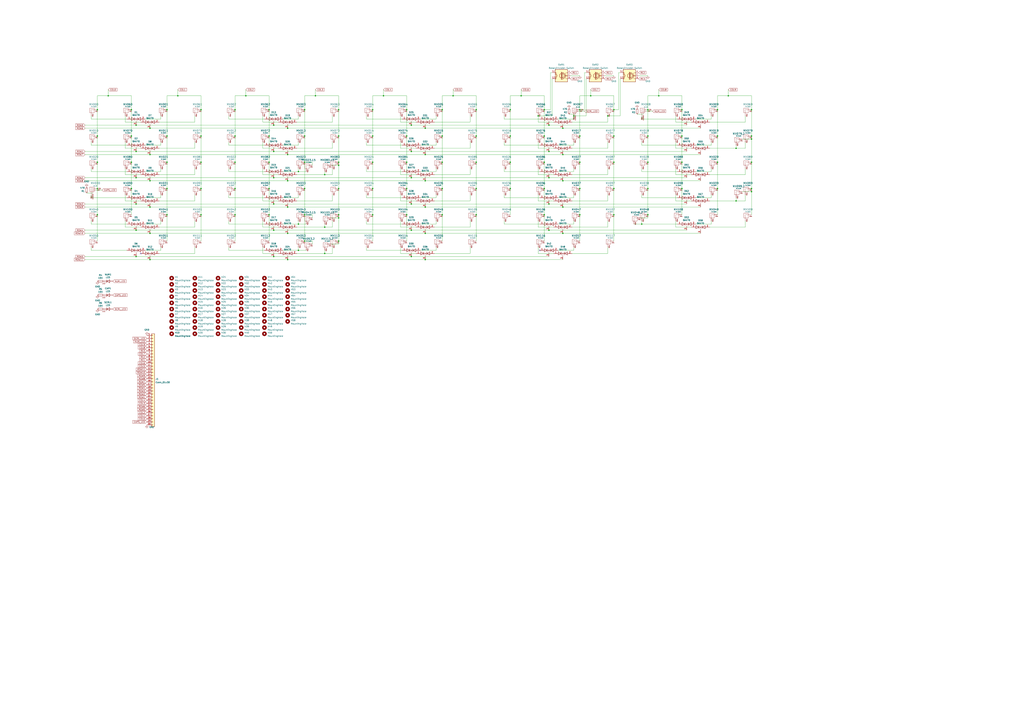
<source format=kicad_sch>
(kicad_sch (version 20230121) (generator eeschema)
  (paper "A1")
  (junction (at 560.07 154.94))
  (junction (at 391.16 176.53))
  (junction (at 363.22 133.35))
  (junction (at 137.16 176.53))
  (junction (at 349.25 148.59))
  (junction (at 266.7 186.69))
  (junction (at 111.76 189.23))
  (junction (at 201.93 78.74))
  (junction (at 80.01 111.76))
  (junction (at 337.82 102.87))
  (junction (at 598.17 78.74))
  (junction (at 504.19 90.17))
  (junction (at 617.22 90.17))
  (junction (at 193.04 111.76))
  (junction (at 220.98 154.94))
  (junction (at 447.04 111.76))
  (junction (at 278.13 179.07))
  (junction (at 224.79 146.05))
  (junction (at 306.07 154.94))
  (junction (at 80.01 176.53))
  (junction (at 349.25 213.36))
  (junction (at 111.76 102.87))
  (junction (at 441.96 95.25))
  (junction (at 504.19 154.94))
  (junction (at 532.13 111.76))
  (junction (at 391.16 111.76))
  (junction (at 80.01 90.17))
  (junction (at 450.85 167.64))
  (junction (at 447.04 133.35))
  (junction (at 334.01 176.53))
  (junction (at 123.19 105.41))
  (junction (at 224.79 210.82))
  (junction (at 419.1 133.35))
  (junction (at 278.13 176.53))
  (junction (at 250.19 111.76))
  (junction (at 80.01 154.94))
  (junction (at 245.11 140.97))
  (junction (at 137.16 90.17))
  (junction (at 278.13 133.35))
  (junction (at 278.13 111.76))
  (junction (at 337.82 124.46))
  (junction (at 447.04 90.17))
  (junction (at 617.22 114.3))
  (junction (at 123.19 191.77))
  (junction (at 224.79 189.23))
  (junction (at 450.85 124.46))
  (junction (at 391.16 133.35))
  (junction (at 111.76 210.82))
  (junction (at 306.07 176.53))
  (junction (at 107.95 133.35))
  (junction (at 250.19 133.35))
  (junction (at 462.28 105.41))
  (junction (at 236.22 213.36))
  (junction (at 419.1 90.17))
  (junction (at 224.79 102.87))
  (junction (at 334.01 111.76))
  (junction (at 278.13 198.12))
  (junction (at 193.04 90.17))
  (junction (at 476.25 154.94))
  (junction (at 236.22 170.18))
  (junction (at 236.22 105.41))
  (junction (at 349.25 105.41))
  (junction (at 450.85 102.87))
  (junction (at 236.22 127))
  (junction (at 278.13 90.17))
  (junction (at 447.04 176.53))
  (junction (at 193.04 176.53))
  (junction (at 363.22 90.17))
  (junction (at 485.14 78.74))
  (junction (at 447.04 154.94))
  (junction (at 532.13 154.94))
  (junction (at 123.19 148.59))
  (junction (at 314.96 78.74))
  (junction (at 391.16 90.17))
  (junction (at 165.1 154.94))
  (junction (at 589.28 90.17))
  (junction (at 617.22 133.35))
  (junction (at 560.07 90.17))
  (junction (at 504.19 176.53))
  (junction (at 278.13 135.89))
  (junction (at 504.19 111.76))
  (junction (at 476.25 176.53))
  (junction (at 123.19 170.18))
  (junction (at 266.7 208.28))
  (junction (at 111.76 146.05))
  (junction (at 236.22 148.59))
  (junction (at 165.1 176.53))
  (junction (at 499.11 95.25))
  (junction (at 504.19 133.35))
  (junction (at 462.28 191.77))
  (junction (at 532.13 176.53))
  (junction (at 450.85 189.23))
  (junction (at 617.22 111.76))
  (junction (at 224.79 167.64))
  (junction (at 589.28 111.76))
  (junction (at 363.22 176.53))
  (junction (at 532.13 90.17))
  (junction (at 617.22 154.94))
  (junction (at 266.7 143.51))
  (junction (at 107.95 90.17))
  (junction (at 604.52 165.1))
  (junction (at 250.19 198.12))
  (junction (at 427.99 78.74))
  (junction (at 604.52 121.92))
  (junction (at 462.28 127))
  (junction (at 349.25 170.18))
  (junction (at 165.1 90.17))
  (junction (at 532.13 133.35))
  (junction (at 349.25 191.77))
  (junction (at 337.82 167.64))
  (junction (at 306.07 111.76))
  (junction (at 337.82 146.05))
  (junction (at 334.01 90.17))
  (junction (at 419.1 154.94))
  (junction (at 107.95 154.94))
  (junction (at 250.19 176.53))
  (junction (at 306.07 133.35))
  (junction (at 80.01 133.35))
  (junction (at 236.22 191.77))
  (junction (at 476.25 133.35))
  (junction (at 111.76 167.64))
  (junction (at 450.85 146.05))
  (junction (at 337.82 210.82))
  (junction (at 137.16 133.35))
  (junction (at 476.25 90.17))
  (junction (at 462.28 148.59))
  (junction (at 123.19 127))
  (junction (at 306.07 90.17))
  (junction (at 259.08 78.74))
  (junction (at 589.28 154.94))
  (junction (at 137.16 111.76))
  (junction (at 220.98 176.53))
  (junction (at 165.1 111.76))
  (junction (at 617.22 157.48))
  (junction (at 363.22 154.94))
  (junction (at 337.82 189.23))
  (junction (at 224.79 124.46))
  (junction (at 245.11 184.15))
  (junction (at 278.13 154.94))
  (junction (at 220.98 133.35))
  (junction (at 541.02 78.74))
  (junction (at 88.9 78.74))
  (junction (at 165.1 133.35))
  (junction (at 363.22 111.76))
  (junction (at 372.11 78.74))
  (junction (at 589.28 133.35))
  (junction (at 250.19 90.17))
  (junction (at 560.07 111.76))
  (junction (at 250.19 154.94))
  (junction (at 471.17 95.25))
  (junction (at 334.01 133.35))
  (junction (at 476.25 111.76))
  (junction (at 107.95 111.76))
  (junction (at 137.16 154.94))
  (junction (at 245.11 205.74))
  (junction (at 391.16 154.94))
  (junction (at 334.01 154.94))
  (junction (at 527.05 184.15))
  (junction (at 193.04 133.35))
  (junction (at 419.1 111.76))
  (junction (at 560.07 133.35))
  (junction (at 462.28 170.18))
  (junction (at 220.98 90.17))
  (junction (at 193.04 154.94))
  (junction (at 123.19 213.36))
  (junction (at 349.25 127))
  (junction (at 220.98 111.76))
  (junction (at 111.76 124.46))
  (junction (at 146.05 78.74))
  (no_connect (at 443.23 205.74))
  (no_connect (at 115.57 208.28))
  (wire (pts (xy 554.99 138.43) (xy 554.99 143.51)))
  (wire (pts (xy 111.76 189.23) (xy 224.79 189.23)))
  (wire (pts (xy 337.82 102.87) (xy 450.85 102.87)))
  (wire (pts (xy 612.14 100.33) (xy 582.93 100.33)))
  (wire (pts (xy 337.82 124.46) (xy 450.85 124.46)))
  (wire (pts (xy 441.96 165.1) (xy 454.66 165.1)))
  (wire (pts (xy 330.2 162.56) (xy 300.99 162.56)))
  (wire (pts (xy 224.79 167.64) (xy 337.82 167.64)))
  (wire (pts (xy 215.9 100.33) (xy 228.6 100.33)))
  (wire (pts (xy 386.08 121.92) (xy 356.87 121.92)))
  (wire (pts (xy 273.05 208.28) (xy 266.7 208.28)))
  (wire (pts (xy 215.9 116.84) (xy 215.9 121.92)))
  (wire (pts (xy 485.14 73.66) (xy 485.14 78.74)))
  (wire (pts (xy 617.22 111.76) (xy 617.22 114.3)))
  (wire (pts (xy 363.22 176.53) (xy 363.22 198.12)))
  (wire (pts (xy 554.99 143.51) (xy 567.69 143.51)))
  (wire (pts (xy 427.99 78.74) (xy 419.1 78.74)))
  (wire (pts (xy 215.9 181.61) (xy 215.9 186.69)))
  (wire (pts (xy 499.11 181.61) (xy 499.11 186.69)))
  (wire (pts (xy 273.05 95.25) (xy 273.05 100.33)))
  (wire (pts (xy 123.19 170.18) (xy 236.22 170.18)))
  (wire (pts (xy 224.79 124.46) (xy 337.82 124.46)))
  (wire (pts (xy 69.85 148.59) (xy 123.19 148.59)))
  (wire (pts (xy 80.01 154.94) (xy 80.01 176.53)))
  (wire (pts (xy 386.08 95.25) (xy 386.08 100.33)))
  (wire (pts (xy 532.13 78.74) (xy 532.13 90.17)))
  (wire (pts (xy 256.54 135.89) (xy 256.54 133.35)))
  (wire (pts (xy 123.19 148.59) (xy 236.22 148.59)))
  (wire (pts (xy 527.05 181.61) (xy 527.05 184.15)))
  (wire (pts (xy 363.22 133.35) (xy 363.22 154.94)))
  (wire (pts (xy 250.19 133.35) (xy 250.19 154.94)))
  (wire (pts (xy 441.96 186.69) (xy 441.96 181.61)))
  (wire (pts (xy 250.19 90.17) (xy 250.19 111.76)))
  (wire (pts (xy 146.05 78.74) (xy 137.16 78.74)))
  (wire (pts (xy 582.93 186.69) (xy 612.14 186.69)))
  (wire (pts (xy 471.17 97.79) (xy 458.47 97.79)))
  (wire (pts (xy 349.25 105.41) (xy 462.28 105.41)))
  (wire (pts (xy 560.07 133.35) (xy 560.07 154.94)))
  (wire (pts (xy 419.1 154.94) (xy 419.1 176.53)))
  (wire (pts (xy 69.85 102.87) (xy 111.76 102.87)))
  (wire (pts (xy 527.05 119.38) (xy 556.26 119.38)))
  (wire (pts (xy 266.7 205.74) (xy 266.7 208.28)))
  (wire (pts (xy 328.93 208.28) (xy 341.63 208.28)))
  (wire (pts (xy 469.9 186.69) (xy 499.11 186.69)))
  (wire (pts (xy 471.17 184.15) (xy 458.47 184.15)))
  (wire (pts (xy 273.05 186.69) (xy 266.7 186.69)))
  (wire (pts (xy 220.98 176.53) (xy 220.98 198.12)))
  (wire (pts (xy 107.95 78.74) (xy 107.95 90.17)))
  (wire (pts (xy 485.14 78.74) (xy 504.19 78.74)))
  (wire (pts (xy 74.93 203.2) (xy 74.93 205.74)))
  (wire (pts (xy 363.22 78.74) (xy 363.22 90.17)))
  (wire (pts (xy 525.78 179.07) (xy 532.13 179.07)))
  (wire (pts (xy 278.13 200.66) (xy 278.13 198.12)))
  (wire (pts (xy 245.11 162.56) (xy 232.41 162.56)))
  (wire (pts (xy 74.93 181.61) (xy 74.93 184.15)))
  (wire (pts (xy 250.19 176.53) (xy 250.19 198.12)))
  (wire (pts (xy 69.85 170.18) (xy 123.19 170.18)))
  (wire (pts (xy 328.93 143.51) (xy 341.63 143.51)))
  (wire (pts (xy 476.25 154.94) (xy 476.25 176.53)))
  (wire (pts (xy 201.93 78.74) (xy 220.98 78.74)))
  (wire (pts (xy 215.9 95.25) (xy 215.9 100.33)))
  (wire (pts (xy 334.01 176.53) (xy 334.01 198.12)))
  (wire (pts (xy 471.17 95.25) (xy 471.17 97.79)))
  (wire (pts (xy 69.85 127) (xy 123.19 127)))
  (wire (pts (xy 391.16 90.17) (xy 391.16 111.76)))
  (wire (pts (xy 334.01 90.17) (xy 334.01 111.76)))
  (wire (pts (xy 584.2 140.97) (xy 571.5 140.97)))
  (wire (pts (xy 69.85 189.23) (xy 111.76 189.23)))
  (wire (pts (xy 328.93 116.84) (xy 328.93 121.92)))
  (wire (pts (xy 391.16 154.94) (xy 391.16 176.53)))
  (wire (pts (xy 567.69 165.1) (xy 554.99 165.1)))
  (wire (pts (xy 471.17 203.2) (xy 471.17 205.74)))
  (wire (pts (xy 160.02 181.61) (xy 160.02 186.69)))
  (wire (pts (xy 485.14 78.74) (xy 476.25 78.74)))
  (wire (pts (xy 612.14 95.25) (xy 612.14 100.33)))
  (wire (pts (xy 245.11 119.38) (xy 232.41 119.38)))
  (wire (pts (xy 504.19 133.35) (xy 504.19 154.94)))
  (wire (pts (xy 334.01 111.76) (xy 334.01 133.35)))
  (wire (pts (xy 69.85 167.64) (xy 111.76 167.64)))
  (wire (pts (xy 584.2 116.84) (xy 584.2 119.38)))
  (wire (pts (xy 450.85 124.46) (xy 563.88 124.46)))
  (wire (pts (xy 584.2 162.56) (xy 584.2 160.02)))
  (wire (pts (xy 427.99 78.74) (xy 447.04 78.74)))
  (wire (pts (xy 541.02 73.66) (xy 541.02 78.74)))
  (wire (pts (xy 266.7 208.28) (xy 243.84 208.28)))
  (wire (pts (xy 499.11 95.25) (xy 499.11 100.33)))
  (wire (pts (xy 328.93 186.69) (xy 341.63 186.69)))
  (wire (pts (xy 165.1 90.17) (xy 165.1 111.76)))
  (wire (pts (xy 441.96 208.28) (xy 441.96 203.2)))
  (wire (pts (xy 137.16 90.17) (xy 137.16 111.76)))
  (wire (pts (xy 306.07 90.17) (xy 306.07 111.76)))
  (wire (pts (xy 414.02 184.15) (xy 443.23 184.15)))
  (wire (pts (xy 454.66 186.69) (xy 441.96 186.69)))
  (wire (pts (xy 132.08 97.79) (xy 119.38 97.79)))
  (wire (pts (xy 560.07 154.94) (xy 560.07 176.53)))
  (wire (pts (xy 187.96 138.43) (xy 187.96 140.97)))
  (wire (pts (xy 386.08 160.02) (xy 386.08 165.1)))
  (wire (pts (xy 453.39 95.25) (xy 441.96 95.25)))
  (wire (pts (xy 245.11 203.2) (xy 245.11 205.74)))
  (wire (pts (xy 458.47 119.38) (xy 471.17 119.38)))
  (wire (pts (xy 471.17 181.61) (xy 471.17 184.15)))
  (wire (pts (xy 132.08 95.25) (xy 132.08 97.79)))
  (wire (pts (xy 137.16 133.35) (xy 137.16 154.94)))
  (wire (pts (xy 504.19 90.17) (xy 504.19 111.76)))
  (wire (pts (xy 391.16 111.76) (xy 391.16 133.35)))
  (wire (pts (xy 74.93 140.97) (xy 104.14 140.97)))
  (wire (pts (xy 300.99 119.38) (xy 330.2 119.38)))
  (wire (pts (xy 358.14 140.97) (xy 345.44 140.97)))
  (wire (pts (xy 236.22 191.77) (xy 349.25 191.77)))
  (wire (pts (xy 137.16 154.94) (xy 137.16 176.53)))
  (wire (pts (xy 414.02 140.97) (xy 443.23 140.97)))
  (wire (pts (xy 266.7 184.15) (xy 266.7 186.69)))
  (wire (pts (xy 509.27 59.69) (xy 508 59.69)))
  (wire (pts (xy 102.87 186.69) (xy 115.57 186.69)))
  (wire (pts (xy 74.93 95.25) (xy 74.93 97.79)))
  (wire (pts (xy 245.11 97.79) (xy 232.41 97.79)))
  (wire (pts (xy 187.96 97.79) (xy 217.17 97.79)))
  (wire (pts (xy 617.22 157.48) (xy 617.22 176.53)))
  (wire (pts (xy 419.1 90.17) (xy 419.1 111.76)))
  (wire (pts (xy 612.14 165.1) (xy 612.14 160.02)))
  (wire (pts (xy 132.08 140.97) (xy 119.38 140.97)))
  (wire (pts (xy 245.11 116.84) (xy 245.11 119.38)))
  (wire (pts (xy 224.79 210.82) (xy 337.82 210.82)))
  (wire (pts (xy 372.11 78.74) (xy 363.22 78.74)))
  (wire (pts (xy 314.96 78.74) (xy 334.01 78.74)))
  (wire (pts (xy 617.22 154.94) (xy 617.22 157.48)))
  (wire (pts (xy 273.05 100.33) (xy 243.84 100.33)))
  (wire (pts (xy 447.04 111.76) (xy 447.04 133.35)))
  (wire (pts (xy 245.11 160.02) (xy 245.11 162.56)))
  (wire (pts (xy 160.02 138.43) (xy 160.02 143.51)))
  (wire (pts (xy 328.93 203.2) (xy 328.93 208.28)))
  (wire (pts (xy 414.02 119.38) (xy 443.23 119.38)))
  (wire (pts (xy 160.02 121.92) (xy 130.81 121.92)))
  (wire (pts (xy 476.25 111.76) (xy 476.25 133.35)))
  (wire (pts (xy 160.02 116.84) (xy 160.02 121.92)))
  (wire (pts (xy 236.22 213.36) (xy 349.25 213.36)))
  (wire (pts (xy 504.19 176.53) (xy 504.19 198.12)))
  (wire (pts (xy 589.28 111.76) (xy 589.28 133.35)))
  (wire (pts (xy 476.25 90.17) (xy 476.25 111.76)))
  (wire (pts (xy 372.11 78.74) (xy 391.16 78.74)))
  (wire (pts (xy 146.05 73.66) (xy 146.05 78.74)))
  (wire (pts (xy 187.96 160.02) (xy 187.96 162.56)))
  (wire (pts (xy 450.85 167.64) (xy 563.88 167.64)))
  (wire (pts (xy 300.99 205.74) (xy 330.2 205.74)))
  (wire (pts (xy 306.07 133.35) (xy 306.07 154.94)))
  (wire (pts (xy 499.11 203.2) (xy 499.11 208.28)))
  (wire (pts (xy 480.06 90.17) (xy 476.25 90.17)))
  (wire (pts (xy 560.07 78.74) (xy 560.07 90.17)))
  (wire (pts (xy 215.9 138.43) (xy 215.9 143.51)))
  (wire (pts (xy 220.98 111.76) (xy 220.98 133.35)))
  (wire (pts (xy 107.95 111.76) (xy 107.95 133.35)))
  (wire (pts (xy 414.02 97.79) (xy 443.23 97.79)))
  (wire (pts (xy 220.98 90.17) (xy 220.98 111.76)))
  (wire (pts (xy 462.28 191.77) (xy 575.31 191.77)))
  (wire (pts (xy 123.19 191.77) (xy 236.22 191.77)))
  (wire (pts (xy 250.19 78.74) (xy 250.19 90.17)))
  (wire (pts (xy 160.02 186.69) (xy 130.81 186.69)))
  (wire (pts (xy 273.05 143.51) (xy 266.7 143.51)))
  (wire (pts (xy 102.87 160.02) (xy 102.87 165.1)))
  (wire (pts (xy 187.96 116.84) (xy 187.96 119.38)))
  (wire (pts (xy 612.14 186.69) (xy 612.14 181.61)))
  (wire (pts (xy 358.14 203.2) (xy 358.14 205.74)))
  (wire (pts (xy 447.04 90.17) (xy 447.04 111.76)))
  (wire (pts (xy 349.25 170.18) (xy 462.28 170.18)))
  (wire (pts (xy 306.07 78.74) (xy 306.07 90.17)))
  (wire (pts (xy 273.05 160.02) (xy 273.05 165.1)))
  (wire (pts (xy 137.16 78.74) (xy 137.16 90.17)))
  (wire (pts (xy 266.7 140.97) (xy 266.7 143.51)))
  (wire (pts (xy 612.14 116.84) (xy 612.14 121.92)))
  (wire (pts (xy 441.96 116.84) (xy 441.96 121.92)))
  (wire (pts (xy 224.79 102.87) (xy 337.82 102.87)))
  (wire (pts (xy 328.93 100.33) (xy 341.63 100.33)))
  (wire (pts (xy 441.96 143.51) (xy 454.66 143.51)))
  (wire (pts (xy 447.04 133.35) (xy 447.04 154.94)))
  (wire (pts (xy 453.39 64.77) (xy 453.39 95.25)))
  (wire (pts (xy 499.11 160.02) (xy 499.11 165.1)))
  (wire (pts (xy 273.05 116.84) (xy 273.05 121.92)))
  (wire (pts (xy 386.08 116.84) (xy 386.08 121.92)))
  (wire (pts (xy 468.63 62.23) (xy 476.25 62.23)))
  (wire (pts (xy 349.25 148.59) (xy 462.28 148.59)))
  (wire (pts (xy 300.99 97.79) (xy 330.2 97.79)))
  (wire (pts (xy 220.98 154.94) (xy 220.98 176.53)))
  (wire (pts (xy 132.08 181.61) (xy 132.08 184.15)))
  (wire (pts (xy 617.22 133.35) (xy 617.22 154.94)))
  (wire (pts (xy 499.11 121.92) (xy 469.9 121.92)))
  (wire (pts (xy 236.22 105.41) (xy 349.25 105.41)))
  (wire (pts (xy 165.1 111.76) (xy 165.1 133.35)))
  (wire (pts (xy 74.93 205.74) (xy 104.14 205.74)))
  (wire (pts (xy 453.39 59.69) (xy 452.12 59.69)))
  (wire (pts (xy 349.25 213.36) (xy 462.28 213.36)))
  (wire (pts (xy 358.14 184.15) (xy 345.44 184.15)))
  (wire (pts (xy 467.36 93.98) (xy 472.44 93.98)))
  (wire (pts (xy 452.12 59.69) (xy 452.12 90.17)))
  (wire (pts (xy 509.27 64.77) (xy 509.27 95.25)))
  (wire (pts (xy 391.16 133.35) (xy 391.16 154.94)))
  (wire (pts (xy 598.17 73.66) (xy 598.17 78.74)))
  (wire (pts (xy 358.14 95.25) (xy 358.14 97.79)))
  (wire (pts (xy 102.87 181.61) (xy 102.87 186.69)))
  (wire (pts (xy 414.02 95.25) (xy 414.02 97.79)))
  (wire (pts (xy 146.05 78.74) (xy 165.1 78.74)))
  (wire (pts (xy 499.11 165.1) (xy 469.9 165.1)))
  (wire (pts (xy 300.99 203.2) (xy 300.99 205.74)))
  (wire (pts (xy 187.96 203.2) (xy 187.96 205.74)))
  (wire (pts (xy 220.98 133.35) (xy 220.98 154.94)))
  (wire (pts (xy 271.78 200.66) (xy 278.13 200.66)))
  (wire (pts (xy 137.16 111.76) (xy 137.16 133.35)))
  (wire (pts (xy 88.9 73.66) (xy 88.9 78.74)))
  (wire (pts (xy 527.05 138.43) (xy 527.05 140.97)))
  (wire (pts (xy 236.22 148.59) (xy 349.25 148.59)))
  (wire (pts (xy 504.19 111.76) (xy 504.19 133.35)))
  (wire (pts (xy 471.17 162.56) (xy 458.47 162.56)))
  (wire (pts (xy 256.54 200.66) (xy 256.54 198.12)))
  (wire (pts (xy 604.52 121.92) (xy 582.93 121.92)))
  (wire (pts (xy 589.28 90.17) (xy 589.28 111.76)))
  (wire (pts (xy 278.13 133.35) (xy 278.13 135.89)))
  (wire (pts (xy 314.96 73.66) (xy 314.96 78.74)))
  (wire (pts (xy 300.99 116.84) (xy 300.99 119.38)))
  (wire (pts (xy 527.05 97.79) (xy 527.05 95.25)))
  (wire (pts (xy 193.04 111.76) (xy 193.04 133.35)))
  (wire (pts (xy 508 59.69) (xy 508 90.17)))
  (wire (pts (xy 499.11 138.43) (xy 499.11 143.51)))
  (wire (pts (xy 462.28 170.18) (xy 575.31 170.18)))
  (wire (pts (xy 300.99 181.61) (xy 300.99 184.15)))
  (wire (pts (xy 69.85 146.05) (xy 111.76 146.05)))
  (wire (pts (xy 80.01 111.76) (xy 80.01 133.35)))
  (wire (pts (xy 584.2 97.79) (xy 571.5 97.79)))
  (wire (pts (xy 462.28 148.59) (xy 575.31 148.59)))
  (wire (pts (xy 617.22 90.17) (xy 617.22 111.76)))
  (wire (pts (xy 414.02 116.84) (xy 414.02 119.38)))
  (wire (pts (xy 582.93 165.1) (xy 604.52 165.1)))
  (wire (pts (xy 496.57 62.23) (xy 504.19 62.23)))
  (wire (pts (xy 386.08 181.61) (xy 386.08 186.69)))
  (wire (pts (xy 584.2 184.15) (xy 571.5 184.15)))
  (wire (pts (xy 273.05 138.43) (xy 273.05 143.51)))
  (wire (pts (xy 441.96 138.43) (xy 441.96 143.51)))
  (wire (pts (xy 499.11 143.51) (xy 469.9 143.51)))
  (wire (pts (xy 560.07 90.17) (xy 560.07 111.76)))
  (wire (pts (xy 102.87 100.33) (xy 115.57 100.33)))
  (wire (pts (xy 450.85 102.87) (xy 563.88 102.87)))
  (wire (pts (xy 300.99 184.15) (xy 330.2 184.15)))
  (wire (pts (xy 259.08 78.74) (xy 250.19 78.74)))
  (wire (pts (xy 554.99 100.33) (xy 567.69 100.33)))
  (wire (pts (xy 481.33 59.69) (xy 480.06 59.69)))
  (wire (pts (xy 74.93 160.02) (xy 74.93 162.56)))
  (wire (pts (xy 256.54 133.35) (xy 250.19 133.35)))
  (wire (pts (xy 447.04 78.74) (xy 447.04 90.17)))
  (wire (pts (xy 278.13 176.53) (xy 278.13 179.07)))
  (wire (pts (xy 271.78 135.89) (xy 278.13 135.89)))
  (wire (pts (xy 165.1 176.53) (xy 165.1 198.12)))
  (wire (pts (xy 278.13 179.07) (xy 278.13 198.12)))
  (wire (pts (xy 450.85 189.23) (xy 563.88 189.23)))
  (wire (pts (xy 193.04 176.53) (xy 193.04 198.12)))
  (wire (pts (xy 571.5 162.56) (xy 584.2 162.56)))
  (wire (pts (xy 471.17 138.43) (xy 471.17 140.97)))
  (wire (pts (xy 414.02 138.43) (xy 414.02 140.97)))
  (wire (pts (xy 215.9 203.2) (xy 215.9 208.28)))
  (wire (pts (xy 160.02 208.28) (xy 130.81 208.28)))
  (wire (pts (xy 358.14 205.74) (xy 345.44 205.74)))
  (wire (pts (xy 251.46 184.15) (xy 245.11 184.15)))
  (wire (pts (xy 74.93 162.56) (xy 104.14 162.56)))
  (wire (pts (xy 306.07 111.76) (xy 306.07 133.35)))
  (wire (pts (xy 71.12 158.75) (xy 76.2 158.75)))
  (wire (pts (xy 530.86 91.44) (xy 535.94 91.44)))
  (wire (pts (xy 300.99 140.97) (xy 300.99 138.43)))
  (wire (pts (xy 386.08 186.69) (xy 356.87 186.69)))
  (wire (pts (xy 111.76 146.05) (xy 224.79 146.05)))
  (wire (pts (xy 386.08 100.33) (xy 356.87 100.33)))
  (wire (pts (xy 123.19 105.41) (xy 236.22 105.41)))
  (wire (pts (xy 567.69 186.69) (xy 554.99 186.69)))
  (wire (pts (xy 334.01 133.35) (xy 334.01 154.94)))
  (wire (pts (xy 220.98 78.74) (xy 220.98 90.17)))
  (wire (pts (xy 102.87 116.84) (xy 102.87 121.92)))
  (wire (pts (xy 278.13 154.94) (xy 278.13 176.53)))
  (wire (pts (xy 452.12 90.17) (xy 447.04 90.17)))
  (wire (pts (xy 358.14 119.38) (xy 345.44 119.38)))
  (wire (pts (xy 556.26 97.79) (xy 527.05 97.79)))
  (wire (pts (xy 123.19 213.36) (xy 236.22 213.36)))
  (wire (pts (xy 328.93 95.25) (xy 328.93 100.33)))
  (wire (pts (xy 469.9 208.28) (xy 499.11 208.28)))
  (wire (pts (xy 187.96 205.74) (xy 217.17 205.74)))
  (wire (pts (xy 102.87 121.92) (xy 115.57 121.92)))
  (wire (pts (xy 363.22 154.94) (xy 363.22 176.53)))
  (wire (pts (xy 74.93 138.43) (xy 74.93 140.97)))
  (wire (pts (xy 300.99 95.25) (xy 300.99 97.79)))
  (wire (pts (xy 450.85 146.05) (xy 563.88 146.05)))
  (wire (pts (xy 271.78 179.07) (xy 278.13 179.07)))
  (wire (pts (xy 441.96 95.25) (xy 441.96 100.33)))
  (wire (pts (xy 386.08 208.28) (xy 356.87 208.28)))
  (wire (pts (xy 363.22 111.76) (xy 363.22 133.35)))
  (wire (pts (xy 132.08 119.38) (xy 119.38 119.38)))
  (wire (pts (xy 617.22 114.3) (xy 617.22 133.35)))
  (wire (pts (xy 471.17 205.74) (xy 458.47 205.74)))
  (wire (pts (xy 273.05 121.92) (xy 243.84 121.92)))
  (wire (pts (xy 165.1 154.94) (xy 165.1 176.53)))
  (wire (pts (xy 541.02 78.74) (xy 560.07 78.74)))
  (wire (pts (xy 102.87 143.51) (xy 115.57 143.51)))
  (wire (pts (xy 589.28 133.35) (xy 589.28 154.94)))
  (wire (pts (xy 598.17 78.74) (xy 617.22 78.74)))
  (wire (pts (xy 278.13 111.76) (xy 278.13 133.35)))
  (wire (pts (xy 111.76 124.46) (xy 224.79 124.46)))
  (wire (pts (xy 278.13 78.74) (xy 278.13 90.17)))
  (wire (pts (xy 419.1 111.76) (xy 419.1 133.35)))
  (wire (pts (xy 554.99 95.25) (xy 554.99 100.33)))
  (wire (pts (xy 609.6 114.3) (xy 617.22 114.3)))
  (wire (pts (xy 481.33 64.77) (xy 481.33 95.25)))
  (wire (pts (xy 102.87 95.25) (xy 102.87 100.33)))
  (wire (pts (xy 137.16 176.53) (xy 137.16 198.12)))
  (wire (pts (xy 589.28 78.74) (xy 589.28 90.17)))
  (wire (pts (xy 88.9 78.74) (xy 80.01 78.74)))
  (wire (pts (xy 471.17 160.02) (xy 471.17 162.56)))
  (wire (pts (xy 107.95 133.35) (xy 107.95 154.94)))
  (wire (pts (xy 527.05 184.15) (xy 556.26 184.15)))
  (wire (pts (xy 259.08 78.74) (xy 278.13 78.74)))
  (wire (pts (xy 123.19 127) (xy 236.22 127)))
  (wire (pts (xy 74.93 97.79) (xy 104.14 97.79)))
  (wire (pts (xy 509.27 95.25) (xy 499.11 95.25)))
  (wire (pts (xy 80.01 90.17) (xy 80.01 111.76)))
  (wire (pts (xy 187.96 162.56) (xy 217.17 162.56)))
  (wire (pts (xy 476.25 133.35) (xy 476.25 154.94)))
  (wire (pts (xy 193.04 78.74) (xy 193.04 90.17)))
  (wire (pts (xy 386.08 138.43) (xy 386.08 143.51)))
  (wire (pts (xy 554.99 165.1) (xy 554.99 160.02)))
  (wire (pts (xy 201.93 78.74) (xy 193.04 78.74)))
  (wire (pts (xy 532.13 133.35) (xy 532.13 154.94)))
  (wire (pts (xy 617.22 78.74) (xy 617.22 90.17)))
  (wire (pts (xy 187.96 181.61) (xy 187.96 184.15)))
  (wire (pts (xy 358.14 97.79) (xy 345.44 97.79)))
  (wire (pts (xy 88.9 78.74) (xy 107.95 78.74)))
  (wire (pts (xy 328.93 181.61) (xy 328.93 186.69)))
  (wire (pts (xy 111.76 210.82) (xy 224.79 210.82)))
  (wire (pts (xy 132.08 116.84) (xy 132.08 119.38)))
  (wire (pts (xy 306.07 176.53) (xy 306.07 198.12)))
  (wire (pts (xy 480.06 59.69) (xy 480.06 90.17)))
  (wire (pts (xy 474.98 91.44) (xy 480.06 91.44)))
  (wire (pts (xy 250.19 154.94) (xy 250.19 176.53)))
  (wire (pts (xy 334.01 154.94) (xy 334.01 176.53)))
  (wire (pts (xy 328.93 160.02) (xy 328.93 165.1)))
  (wire (pts (xy 80.01 78.74) (xy 80.01 90.17)))
  (wire (pts (xy 328.93 121.92) (xy 341.63 121.92)))
  (wire (pts (xy 80.01 176.53) (xy 80.01 198.12)))
  (wire (pts (xy 334.01 78.74) (xy 334.01 90.17)))
  (wire (pts (xy 107.95 154.94) (xy 107.95 176.53)))
  (wire (pts (xy 245.11 140.97) (xy 251.46 140.97)))
  (wire (pts (xy 236.22 127) (xy 349.25 127)))
  (wire (pts (xy 532.13 154.94) (xy 532.13 176.53)))
  (wire (pts (xy 215.9 121.92) (xy 228.6 121.92)))
  (wire (pts (xy 504.19 78.74) (xy 504.19 90.17)))
  (wire (pts (xy 278.13 135.89) (xy 278.13 154.94)))
  (wire (pts (xy 273.05 203.2) (xy 273.05 208.28)))
  (wire (pts (xy 132.08 138.43) (xy 132.08 140.97)))
  (wire (pts (xy 80.01 133.35) (xy 80.01 154.94)))
  (wire (pts (xy 584.2 181.61) (xy 584.2 184.15)))
  (wire (pts (xy 520.7 184.15) (xy 527.05 184.15)))
  (wire (pts (xy 391.16 78.74) (xy 391.16 90.17)))
  (wire (pts (xy 504.19 154.94) (xy 504.19 176.53)))
  (wire (pts (xy 462.28 105.41) (xy 575.31 105.41)))
  (wire (pts (xy 358.14 181.61) (xy 358.14 184.15)))
  (wire (pts (xy 245.11 140.97) (xy 232.41 140.97)))
  (wire (pts (xy 604.52 162.56) (xy 604.52 165.1)))
  (wire (pts (xy 256.54 198.12) (xy 250.19 198.12)))
  (wire (pts (xy 306.07 154.94) (xy 306.07 176.53)))
  (wire (pts (xy 193.04 154.94) (xy 193.04 176.53)))
  (wire (pts (xy 532.13 90.17) (xy 532.13 111.76)))
  (wire (pts (xy 527.05 116.84) (xy 527.05 119.38)))
  (wire (pts (xy 187.96 95.25) (xy 187.96 97.79)))
  (wire (pts (xy 245.11 138.43) (xy 245.11 140.97)))
  (wire (pts (xy 609.6 157.48) (xy 617.22 157.48)))
  (wire (pts (xy 69.85 210.82) (xy 111.76 210.82)))
  (wire (pts (xy 532.13 111.76) (xy 532.13 133.35)))
  (wire (pts (xy 245.11 181.61) (xy 245.11 184.15)))
  (wire (pts (xy 523.24 93.98) (xy 528.32 93.98)))
  (wire (pts (xy 193.04 133.35) (xy 193.04 154.94)))
  (wire (pts (xy 74.93 119.38) (xy 104.14 119.38)))
  (wire (pts (xy 604.52 119.38) (xy 604.52 121.92)))
  (wire (pts (xy 201.93 73.66) (xy 201.93 78.74)))
  (wire (pts (xy 187.96 140.97) (xy 217.17 140.97)))
  (wire (pts (xy 584.2 138.43) (xy 584.2 140.97)))
  (wire (pts (xy 481.33 95.25) (xy 471.17 95.25)))
  (wire (pts (xy 589.28 154.94) (xy 589.28 176.53)))
  (wire (pts (xy 476.25 78.74) (xy 476.25 90.17)))
  (wire (pts (xy 427.99 73.66) (xy 427.99 78.74)))
  (wire (pts (xy 604.52 165.1) (xy 612.14 165.1)))
  (wire (pts (xy 215.9 208.28) (xy 228.6 208.28)))
  (wire (pts (xy 504.19 90.17) (xy 508 90.17)))
  (wire (pts (xy 447.04 176.53) (xy 447.04 198.12)))
  (wire (pts (xy 102.87 165.1) (xy 115.57 165.1)))
  (wire (pts (xy 447.04 154.94) (xy 447.04 176.53)))
  (wire (pts (xy 598.17 78.74) (xy 589.28 78.74)))
  (wire (pts (xy 328.93 138.43) (xy 328.93 143.51)))
  (wire (pts (xy 160.02 203.2) (xy 160.02 208.28)))
  (wire (pts (xy 69.85 105.41) (xy 123.19 105.41)))
  (wire (pts (xy 132.08 162.56) (xy 119.38 162.56)))
  (wire (pts (xy 224.79 146.05) (xy 337.82 146.05)))
  (wire (pts (xy 245.11 205.74) (xy 232.41 205.74)))
  (wire (pts (xy 554.99 121.92) (xy 567.69 121.92)))
  (wire (pts (xy 256.54 179.07) (xy 256.54 176.53)))
  (wire (pts (xy 328.93 165.1) (xy 341.63 165.1)))
  (wire (pts (xy 386.08 203.2) (xy 386.08 208.28)))
  (wire (pts (xy 527.05 140.97) (xy 556.26 140.97)))
  (wire (pts (xy 69.85 191.77) (xy 123.19 191.77)))
  (wire (pts (xy 441.96 160.02) (xy 441.96 165.1)))
  (wire (pts (xy 414.02 160.02) (xy 414.02 162.56)))
  (wire (pts (xy 386.08 143.51) (xy 356.87 143.51)))
  (wire (pts (xy 454.66 208.28) (xy 441.96 208.28)))
  (wire (pts (xy 414.02 162.56) (xy 443.23 162.56)))
  (wire (pts (xy 259.08 73.66) (xy 259.08 78.74)))
  (wire (pts (xy 69.85 213.36) (xy 123.19 213.36)))
  (wire (pts (xy 111.76 102.87) (xy 224.79 102.87)))
  (wire (pts (xy 612.14 143.51) (xy 582.93 143.51)))
  (wire (pts (xy 300.99 162.56) (xy 300.99 160.02)))
  (wire (pts (xy 273.05 165.1) (xy 243.84 165.1)))
  (wire (pts (xy 556.26 162.56) (xy 527.05 162.56)))
  (wire (pts (xy 250.19 111.76) (xy 250.19 133.35)))
  (wire (pts (xy 107.95 90.17) (xy 107.95 111.76)))
  (wire (pts (xy 541.02 78.74) (xy 532.13 78.74)))
  (wire (pts (xy 471.17 140.97) (xy 458.47 140.97)))
  (wire (pts (xy 358.14 160.02) (xy 358.14 162.56)))
  (wire (pts (xy 391.16 176.53) (xy 391.16 198.12)))
  (wire (pts (xy 612.14 138.43) (xy 612.14 143.51)))
  (wire (pts (xy 419.1 133.35) (xy 419.1 154.94)))
  (wire (pts (xy 560.07 111.76) (xy 560.07 133.35)))
  (wire (pts (xy 337.82 210.82) (xy 450.85 210.82)))
  (wire (pts (xy 462.28 127) (xy 575.31 127)))
  (wire (pts (xy 256.54 176.53) (xy 250.19 176.53)))
  (wire (pts (xy 349.25 127) (xy 462.28 127)))
  (wire (pts (xy 386.08 165.1) (xy 356.87 165.1)))
  (wire (pts (xy 102.87 138.43) (xy 102.87 143.51)))
  (wire (pts (xy 193.04 90.17) (xy 193.04 111.76)))
  (wire (pts (xy 278.13 90.17) (xy 278.13 111.76)))
  (wire (pts (xy 69.85 124.46) (xy 111.76 124.46)))
  (wire (pts (xy 273.05 181.61) (xy 273.05 186.69)))
  (wire (pts (xy 160.02 100.33) (xy 130.81 100.33)))
  (wire (pts (xy 132.08 205.74) (xy 119.38 205.74)))
  (wire (pts (xy 419.1 78.74) (xy 419.1 90.17)))
  (wire (pts (xy 330.2 140.97) (xy 300.99 140.97)))
  (wire (pts (xy 266.7 143.51) (xy 243.84 143.51)))
  (wire (pts (xy 499.11 116.84) (xy 499.11 121.92)))
  (wire (pts (xy 165.1 78.74) (xy 165.1 90.17)))
  (wire (pts (xy 74.93 184.15) (xy 104.14 184.15)))
  (wire (pts (xy 78.74 156.21) (xy 83.82 156.21)))
  (wire (pts (xy 471.17 116.84) (xy 471.17 119.38)))
  (wire (pts (xy 441.96 121.92) (xy 454.66 121.92)))
  (wire (pts (xy 245.11 184.15) (xy 232.41 184.15)))
  (wire (pts (xy 441.96 100.33) (xy 454.66 100.33)))
  (wire (pts (xy 584.2 95.25) (xy 584.2 97.79)))
  (wire (pts (xy 132.08 203.2) (xy 132.08 205.74)))
  (wire (pts (xy 187.96 184.15) (xy 217.17 184.15)))
  (wire (pts (xy 111.76 167.64) (xy 224.79 167.64)))
  (wire (pts (xy 160.02 143.51) (xy 130.81 143.51)))
  (wire (pts (xy 349.25 191.77) (xy 462.28 191.77)))
  (wire (pts (xy 414.02 181.61) (xy 414.02 184.15)))
  (wire (pts (xy 236.22 170.18) (xy 349.25 170.18)))
  (wire (pts (xy 337.82 146.05) (xy 450.85 146.05)))
  (wire (pts (xy 245.11 205.74) (xy 251.46 205.74)))
  (wire (pts (xy 358.14 162.56) (xy 345.44 162.56)))
  (wire (pts (xy 358.14 138.43) (xy 358.14 140.97)))
  (wire (pts (xy 160.02 95.25) (xy 160.02 100.33)))
  (wire (pts (xy 314.96 78.74) (xy 306.07 78.74)))
  (wire (pts (xy 476.25 176.53) (xy 476.25 198.12)))
  (wire (pts (xy 74.93 116.84) (xy 74.93 119.38)))
  (wire (pts (xy 524.51 62.23) (xy 532.13 62.23)))
  (wire (pts (xy 132.08 160.02) (xy 132.08 162.56)))
  (wire (pts (xy 215.9 186.69) (xy 228.6 186.69)))
  (wire (pts (xy 215.9 143.51) (xy 228.6 143.51)))
  (wire (pts (xy 532.13 176.53) (xy 532.13 179.07)))
  (wire (pts (xy 584.2 119.38) (xy 571.5 119.38)))
  (wire (pts (xy 612.14 121.92) (xy 604.52 121.92)))
  (wire (pts (xy 554.99 116.84) (xy 554.99 121.92)))
  (wire (pts (xy 160.02 165.1) (xy 130.81 165.1)))
  (wire (pts (xy 358.14 116.84) (xy 358.14 119.38)))
  (wire (pts (xy 266.7 186.69) (xy 243.84 186.69)))
  (wire (pts (xy 372.11 73.66) (xy 372.11 78.74)))
  (wire (pts (xy 337.82 167.64) (xy 450.85 167.64)))
  (wire (pts (xy 363.22 90.17) (xy 363.22 111.76)))
  (wire (pts (xy 337.82 189.23) (xy 450.85 189.23)))
  (wire (pts (xy 160.02 160.02) (xy 160.02 165.1)))
  (wire (pts (xy 499.11 100.33) (xy 469.9 100.33)))
  (wire (pts (xy 187.96 119.38) (xy 217.17 119.38)))
  (wire (pts (xy 132.08 184.15) (xy 119.38 184.15)))
  (wire (pts (xy 224.79 189.23) (xy 337.82 189.23)))
  (wire (pts (xy 554.99 186.69) (xy 554.99 181.61)))
  (wire (pts (xy 165.1 133.35) (xy 165.1 154.94)))
  (wire (pts (xy 245.11 95.25) (xy 245.11 97.79)))
  (wire (pts (xy 215.9 165.1) (xy 228.6 165.1)))
  (wire (pts (xy 215.9 160.02) (xy 215.9 165.1)))
  (wire (pts (xy 527.05 162.56) (xy 527.05 160.02)))
  (global_label "RE1" (shape input) (at 496.57 59.69 0) (property "Intersheetrefs" "${INTERSHEET_REFS}" (effects hide)))
  (global_label "ROW11" (shape input) (at 120.65 303.53 180) (property "Intersheetrefs" "${INTERSHEET_REFS}" (effects hide)))
  (global_label "RE2" (shape input) (at 524.51 59.69 0) (property "Intersheetrefs" "${INTERSHEET_REFS}" (effects hide)))
  (global_label "COL1" (shape input) (at 120.65 341.63 180) (property "Intersheetrefs" "${INTERSHEET_REFS}" (effects hide)))
  (global_label "NUM_LED" (shape input) (at 535.94 91.44 0) (property "Intersheetrefs" "${INTERSHEET_REFS}" (effects hide)))
  (global_label "COL6" (shape input) (at 427.99 73.66 0) (property "Intersheetrefs" "${INTERSHEET_REFS}" (effects hide)))
  (global_label "COL7" (shape input) (at 120.65 290.83 180) (property "Intersheetrefs" "${INTERSHEET_REFS}" (effects hide)))
  (global_label "NUM_LED" (shape input) (at 120.65 280.67 180) (property "Intersheetrefs" "${INTERSHEET_REFS}" (effects hide)))
  (global_label "COL0" (shape input) (at 88.9 73.66 0) (property "Intersheetrefs" "${INTERSHEET_REFS}" (effects hide)))
  (global_label "ROW0" (shape input) (at 120.65 336.55 180) (property "Intersheetrefs" "${INTERSHEET_REFS}" (effects hide)))
  (global_label "RE1" (shape input) (at 468.63 59.69 0) (property "Intersheetrefs" "${INTERSHEET_REFS}" (effects hide)))
  (global_label "COL6" (shape input) (at 120.65 298.45 180) (property "Intersheetrefs" "${INTERSHEET_REFS}" (effects hide)))
  (global_label "ROW11" (shape input) (at 69.85 213.36 180) (property "Intersheetrefs" "${INTERSHEET_REFS}" (effects hide)))
  (global_label "ROW2" (shape input) (at 120.65 323.85 180) (property "Intersheetrefs" "${INTERSHEET_REFS}" (effects hide)))
  (global_label "SCRL_LED" (shape input) (at 120.65 278.13 180) (property "Intersheetrefs" "${INTERSHEET_REFS}" (effects hide)))
  (global_label "ROW5" (shape input) (at 69.85 210.82 180) (property "Intersheetrefs" "${INTERSHEET_REFS}" (effects hide)))
  (global_label "ROW10" (shape input) (at 120.65 306.07 180) (property "Intersheetrefs" "${INTERSHEET_REFS}" (effects hide)))
  (global_label "RE3" (shape input) (at 496.57 64.77 0) (property "Intersheetrefs" "${INTERSHEET_REFS}" (effects hide)))
  (global_label "COL8" (shape input) (at 541.02 73.66 0) (property "Intersheetrefs" "${INTERSHEET_REFS}" (effects hide)))
  (global_label "COL3" (shape input) (at 120.65 331.47 180) (property "Intersheetrefs" "${INTERSHEET_REFS}" (effects hide)))
  (global_label "COL4" (shape input) (at 120.65 328.93 180) (property "Intersheetrefs" "${INTERSHEET_REFS}" (effects hide)))
  (global_label "SCRL_LED" (shape input) (at 480.06 91.44 0) (property "Intersheetrefs" "${INTERSHEET_REFS}" (effects hide)))
  (global_label "RE3" (shape input) (at 524.51 64.77 0) (property "Intersheetrefs" "${INTERSHEET_REFS}" (effects hide)))
  (global_label "RE2" (shape input) (at 120.65 293.37 180) (property "Intersheetrefs" "${INTERSHEET_REFS}" (effects hide)))
  (global_label "NUM_LED" (shape input) (at 92.71 231.14 0) (property "Intersheetrefs" "${INTERSHEET_REFS}" (effects hide)))
  (global_label "ROW7" (shape input) (at 120.65 313.69 180) (property "Intersheetrefs" "${INTERSHEET_REFS}" (effects hide)))
  (global_label "RE1" (shape input) (at 120.65 295.91 180) (property "Intersheetrefs" "${INTERSHEET_REFS}" (effects hide)))
  (global_label "ROW3" (shape input) (at 69.85 167.64 180) (property "Intersheetrefs" "${INTERSHEET_REFS}" (effects hide)))
  (global_label "COL5" (shape input) (at 120.65 300.99 180) (property "Intersheetrefs" "${INTERSHEET_REFS}" (effects hide)))
  (global_label "CAPS_LED" (shape input) (at 92.71 242.57 0) (property "Intersheetrefs" "${INTERSHEET_REFS}" (effects hide)))
  (global_label "ROW5" (shape input) (at 120.65 316.23 180) (property "Intersheetrefs" "${INTERSHEET_REFS}" (effects hide)))
  (global_label "SCRL_LED" (shape input) (at 92.71 254 0) (property "Intersheetrefs" "${INTERSHEET_REFS}" (effects hide)))
  (global_label "ROW7" (shape input) (at 69.85 127 180) (property "Intersheetrefs" "${INTERSHEET_REFS}" (effects hide)))
  (global_label "ROW4" (shape input) (at 120.65 318.77 180) (property "Intersheetrefs" "${INTERSHEET_REFS}" (effects hide)))
  (global_label "ROW4" (shape input) (at 69.85 189.23 180) (property "Intersheetrefs" "${INTERSHEET_REFS}" (effects hide)))
  (global_label "RE2" (shape input) (at 468.63 64.77 0) (property "Intersheetrefs" "${INTERSHEET_REFS}" (effects hide)))
  (global_label "COL7" (shape input) (at 485.14 73.66 0) (property "Intersheetrefs" "${INTERSHEET_REFS}" (effects hide)))
  (global_label "ROW9" (shape input) (at 120.65 308.61 180) (property "Intersheetrefs" "${INTERSHEET_REFS}" (effects hide)))
  (global_label "ROW0" (shape input) (at 69.85 102.87 180) (property "Intersheetrefs" "${INTERSHEET_REFS}" (effects hide)))
  (global_label "ROW1" (shape input) (at 120.65 326.39 180) (property "Intersheetrefs" "${INTERSHEET_REFS}" (effects hide)))
  (global_label "COL3" (shape input) (at 259.08 73.66 0) (property "Intersheetrefs" "${INTERSHEET_REFS}" (effects hide)))
  (global_label "ROW2" (shape input) (at 69.85 146.05 180) (property "Intersheetrefs" "${INTERSHEET_REFS}" (effects hide)))
  (global_label "ROW3" (shape input) (at 120.65 321.31 180) (property "Intersheetrefs" "${INTERSHEET_REFS}" (effects hide)))
  (global_label "COL8" (shape input) (at 120.65 285.75 180) (property "Intersheetrefs" "${INTERSHEET_REFS}" (effects hide)))
  (global_label "ROW6" (shape input) (at 69.85 105.41 180) (property "Intersheetrefs" "${INTERSHEET_REFS}" (effects hide)))
  (global_label "COL9" (shape input) (at 598.17 73.66 0) (property "Intersheetrefs" "${INTERSHEET_REFS}" (effects hide)))
  (global_label "CAPS_LED" (shape input) (at 83.82 156.21 0) (property "Intersheetrefs" "${INTERSHEET_REFS}" (effects hide)))
  (global_label "COL2" (shape input) (at 201.93 73.66 0) (property "Intersheetrefs" "${INTERSHEET_REFS}" (effects hide)))
  (global_label "CAPS_LED" (shape input) (at 120.65 346.71 180) (property "Intersheetrefs" "${INTERSHEET_REFS}" (effects hide)))
  (global_label "COL5" (shape input) (at 372.11 73.66 0) (property "Intersheetrefs" "${INTERSHEET_REFS}" (effects hide)))
  (global_label "RE3" (shape input) (at 120.65 288.29 180) (property "Intersheetrefs" "${INTERSHEET_REFS}" (effects hide)))
  (global_label "COL0" (shape input) (at 120.65 344.17 180) (property "Intersheetrefs" "${INTERSHEET_REFS}" (effects hide)))
  (global_label "ROW1" (shape input) (at 69.85 124.46 180) (property "Intersheetrefs" "${INTERSHEET_REFS}" (effects hide)))
  (global_label "COL4" (shape input) (at 314.96 73.66 0) (property "Intersheetrefs" "${INTERSHEET_REFS}" (effects hide)))
  (global_label "COL9" (shape input) (at 120.65 283.21 180) (property "Intersheetrefs" "${INTERSHEET_REFS}" (effects hide)))
  (global_label "ROW9" (shape input) (at 69.85 170.18 180) (property "Intersheetrefs" "${INTERSHEET_REFS}" (effects hide)))
  (global_label "ROW8" (shape input) (at 120.65 311.15 180) (property "Intersheetrefs" "${INTERSHEET_REFS}" (effects hide)))
  (global_label "ROW10" (shape input) (at 69.85 191.77 180) (property "Intersheetrefs" "${INTERSHEET_REFS}" (effects hide)))
  (global_label "ROW8" (shape input) (at 69.85 148.59 180) (property "Intersheetrefs" "${INTERSHEET_REFS}" (effects hide)))
  (global_label "COL2" (shape input) (at 120.65 339.09 180) (property "Intersheetrefs" "${INTERSHEET_REFS}" (effects hide)))
  (global_label "COL1" (shape input) (at 146.05 73.66 0) (property "Intersheetrefs" "${INTERSHEET_REFS}" (effects hide)))
  (global_label "ROW6" (shape input) (at 120.65 334.01 180) (property "Intersheetrefs" "${INTERSHEET_REFS}" (effects hide)))
  (symbol (lib_id "power:GND") (at 532.13 62.23 0) (mirror y) (unit 1)
    (property "Reference" "#PWR0103" (effects hide))
    (property "Value" "GND" (at 532.13 66.7925 0))
  )
  (symbol (lib_id "MX_Alps_Hybrid:MX-NoLED") (at 443.23 177.8 0) (unit 1)
    (property "Reference" "MX106" (at 444.0682 172.1358 0) (effects (font (size 1.524 1.524))))
    (property "Value" "MX-NoLED" (at 444.0682 174.0154 0) (effects (font (size 0.508 0.508))))
    (property "Footprint" "MX_Only:MXOnly-1U-NoLED" (effects hide))
  )
  (symbol (lib_id "Mechanical:MountingHole") (at 179.07 264.16 0) (unit 1)
    (property "Reference" "H28" (at 181.61 263.2515 0) (effects (justify left)))
    (property "Value" "MountingHole" (at 181.61 266.0266 0) (effects (justify left)))
  )
  (symbol (lib_id "MX_Alps_Hybrid:MX-NoLED") (at 133.35 113.03 0) (unit 1)
    (property "Reference" "MX011" (at 134.1882 107.3658 0) (effects (font (size 1.524 1.524))))
    (property "Value" "MX-NoLED" (at 134.1882 109.2454 0) (effects (font (size 0.508 0.508))))
    (property "Footprint" "MX_Only:MXOnly-1U-NoLED" (effects hide))
  )
  (symbol (lib_id "power:GND") (at 80.01 254 0) (unit 1)
    (property "Reference" "#PWR0107" (effects hide))
    (property "Value" "GND" (at 80.137 258.3942 0))
  )
  (symbol (lib_id "MX_Alps_Hybrid:MX-NoLED") (at 556.26 156.21 0) (unit 1)
    (property "Reference" "MX098" (at 557.0982 150.5458 0) (effects (font (size 1.524 1.524))))
    (property "Value" "MX-NoLED" (at 557.0982 152.4254 0) (effects (font (size 0.508 0.508))))
    (property "Footprint" "MX_Only:MXOnly-1U-NoLED" (effects hide))
  )
  (symbol (lib_id "MX_Alps_Hybrid:MX-NoLED") (at 330.2 91.44 0) (unit 1)
    (property "Reference" "MX064" (at 331.0382 85.7758 0) (effects (font (size 1.524 1.524))))
    (property "Value" "MX-NoLED" (at 331.0382 87.6554 0) (effects (font (size 0.508 0.508))))
    (property "Footprint" "MX_Only:MXOnly-1U-NoLED" (effects hide))
  )
  (symbol (lib_id "MX_Alps_Hybrid:MX-NoLED") (at 161.29 134.62 0) (unit 1)
    (property "Reference" "MX081" (at 162.1282 128.9558 0) (effects (font (size 1.524 1.524))))
    (property "Value" "MX-NoLED" (at 162.1282 130.8354 0) (effects (font (size 0.508 0.508))))
    (property "Footprint" "MX_Only:MXOnly-1U-NoLED" (effects hide))
  )
  (symbol (lib_id "Mechanical:MountingHole") (at 198.12 238.76 0) (unit 1)
    (property "Reference" "H33" (at 200.66 237.8515 0) (effects (justify left)))
    (property "Value" "MountingHole" (at 200.66 240.6266 0) (effects (justify left)))
  )
  (symbol (lib_id "Mechanical:MountingHole") (at 140.97 243.84 0) (unit 1)
    (property "Reference" "H4" (at 143.51 242.9315 0) (effects (justify left)))
    (property "Value" "MountingHole" (at 143.51 245.7066 0) (effects (justify left)))
  )
  (symbol (lib_id "Diode:BAV70") (at 337.82 97.79 0) (unit 1)
    (property "Reference" "D25" (at 337.82 92.2782 0))
    (property "Value" "BAV70" (at 337.82 94.5896 0))
    (property "Footprint" "Keebio-Parts:SOT-23_Handsoldering" (effects hide))
    (property "Datasheet" "https://assets.nexperia.com/documents/data-sheet/BAV70_SER.pdf" (effects hide))
  )
  (symbol (lib_id "MX_Alps_Hybrid:MX-NoLED") (at 302.26 177.8 0) (unit 1)
    (property "Reference" "MX044" (at 303.0982 172.1358 0) (effects (font (size 1.524 1.524))))
    (property "Value" "MX-NoLED" (at 303.0982 174.0154 0) (effects (font (size 0.508 0.508))))
    (property "Footprint" "MX_Only:MXOnly-1U-NoLED" (effects hide))
  )
  (symbol (lib_id "Mechanical:MountingHole") (at 140.97 254 0) (unit 1)
    (property "Reference" "H6" (at 143.51 253.0915 0) (effects (justify left)))
    (property "Value" "MountingHole" (at 143.51 255.8666 0) (effects (justify left)))
  )
  (symbol (lib_id "MX_Alps_Hybrid:MX-NoLED") (at 330.2 113.03 0) (unit 1)
    (property "Reference" "MX074" (at 331.0382 107.3658 0) (effects (font (size 1.524 1.524))))
    (property "Value" "MX-NoLED" (at 331.0382 109.2454 0) (effects (font (size 0.508 0.508))))
    (property "Footprint" "MX_Only:MXOnly-1U-NoLED" (effects hide))
  )
  (symbol (lib_id "MX_Alps_Hybrid:MX-NoLED") (at 76.2 199.39 0) (unit 1)
    (property "Reference" "MX050" (at 77.0382 193.7258 0) (effects (font (size 1.524 1.524))))
    (property "Value" "MX-NoLED" (at 77.0382 195.6054 0) (effects (font (size 0.508 0.508))))
    (property "Footprint" "MX_Only:MXOnly-1U-NoLED" (effects hide))
  )
  (symbol (lib_id "MX_Alps_Hybrid:MX-NoLED") (at 415.29 134.62 0) (unit 1)
    (property "Reference" "MX026" (at 416.1282 128.9558 0) (effects (font (size 1.524 1.524))))
    (property "Value" "MX-NoLED" (at 416.1282 130.8354 0) (effects (font (size 0.508 0.508))))
    (property "Footprint" "MX_Only:MXOnly-1U-NoLED" (effects hide))
  )
  (symbol (lib_id "Diode:BAV70") (at 462.28 208.28 0) (unit 1)
    (property "Reference" "D48" (at 462.28 202.7682 0))
    (property "Value" "BAV70" (at 462.28 205.0796 0))
    (property "Footprint" "Keebio-Parts:SOT-23_Handsoldering" (effects hide))
    (property "Datasheet" "https://assets.nexperia.com/documents/data-sheet/BAV70_SER.pdf" (effects hide))
  )
  (symbol (lib_id "Diode:BAV70") (at 236.22 165.1 0) (unit 1)
    (property "Reference" "D22" (at 236.22 159.5882 0))
    (property "Value" "BAV70" (at 236.22 161.8996 0))
    (property "Footprint" "Keebio-Parts:SOT-23_Handsoldering" (effects hide))
    (property "Datasheet" "https://assets.nexperia.com/documents/data-sheet/BAV70_SER.pdf" (effects hide))
  )
  (symbol (lib_id "MX_Alps_Hybrid:MX-NoLED") (at 613.41 156.21 0) (unit 1)
    (property "Reference" "MX099" (at 614.2482 150.5458 0) (effects (font (size 1.524 1.524))))
    (property "Value" "MX-NoLED" (at 614.2482 152.4254 0) (effects (font (size 0.508 0.508))))
    (property "Footprint" "MX_Only:MXOnly-1U-NoLED" (effects hide))
  )
  (symbol (lib_id "MX_Alps_Hybrid:MX-NoLED") (at 556.26 91.44 0) (unit 1)
    (property "Reference" "MX068" (at 557.0982 85.7758 0) (effects (font (size 1.524 1.524))))
    (property "Value" "MX-NoLED" (at 557.0982 87.6554 0) (effects (font (size 0.508 0.508))))
    (property "Footprint" "MX_Only:MXOnly-1U-NoLED" (effects hide))
  )
  (symbol (lib_id "Mechanical:MountingHole") (at 160.02 248.92 0) (unit 1)
    (property "Reference" "H15" (at 162.56 248.0115 0) (effects (justify left)))
    (property "Value" "MountingHole" (at 162.56 250.7866 0) (effects (justify left)))
  )
  (symbol (lib_id "Diode:BAV70") (at 563.88 184.15 0) (unit 1)
    (property "Reference" "D53" (at 563.88 178.6382 0))
    (property "Value" "BAV70" (at 563.88 180.9496 0))
    (property "Footprint" "Keebio-Parts:SOT-23_Handsoldering" (effects hide))
    (property "Datasheet" "https://assets.nexperia.com/documents/data-sheet/BAV70_SER.pdf" (effects hide))
  )
  (symbol (lib_id "Mechanical:MountingHole") (at 236.22 254 0) (unit 1)
    (property "Reference" "H56" (at 238.76 253.0915 0) (effects (justify left)))
    (property "Value" "MountingHole" (at 238.76 255.8666 0) (effects (justify left)))
  )
  (symbol (lib_id "MX_Alps_Hybrid:MX-NoLED") (at 359.41 134.62 0) (unit 1)
    (property "Reference" "MX025" (at 360.2482 128.9558 0) (effects (font (size 1.524 1.524))))
    (property "Value" "MX-NoLED" (at 360.2482 130.8354 0) (effects (font (size 0.508 0.508))))
    (property "Footprint" "MX_Only:MXOnly-1U-NoLED" (effects hide))
  )
  (symbol (lib_id "Mechanical:MountingHole") (at 198.12 264.16 0) (unit 1)
    (property "Reference" "H38" (at 200.66 263.2515 0) (effects (justify left)))
    (property "Value" "MountingHole" (at 200.66 266.0266 0) (effects (justify left)))
  )
  (symbol (lib_id "MX_Alps_Hybrid:MX-NoLED") (at 387.35 199.39 0) (unit 1)
    (property "Reference" "MX115" (at 388.1882 193.7258 0) (effects (font (size 1.524 1.524))))
    (property "Value" "MX-NoLED" (at 388.1882 195.6054 0) (effects (font (size 0.508 0.508))))
    (property "Footprint" "MX_Only:MXOnly-1U-NoLED" (effects hide))
  )
  (symbol (lib_id "Mechanical:MountingHole") (at 179.07 274.32 0) (unit 1)
    (property "Reference" "H30" (at 181.61 273.4115 0) (effects (justify left)))
    (property "Value" "MountingHole" (at 181.61 276.1866 0) (effects (justify left)))
  )
  (symbol (lib_id "MX_Alps_Hybrid:MX-NoLED") (at 443.23 134.62 0) (unit 1)
    (property "Reference" "MX086" (at 444.0682 128.9558 0) (effects (font (size 1.524 1.524))))
    (property "Value" "MX-NoLED" (at 444.0682 130.8354 0) (effects (font (size 0.508 0.508))))
    (property "Footprint" "MX_Only:MXOnly-1U-NoLED" (effects hide))
  )
  (symbol (lib_id "Diode:BAV70") (at 123.19 208.28 0) (unit 1)
    (property "Reference" "D12" (at 123.19 202.7682 0))
    (property "Value" "BAV70" (at 123.19 205.0796 0))
    (property "Footprint" "Keebio-Parts:SOT-23_Handsoldering" (effects hide))
    (property "Datasheet" "https://assets.nexperia.com/documents/data-sheet/BAV70_SER.pdf" (effects hide))
  )
  (symbol (lib_id "Diode:BAV70") (at 123.19 100.33 0) (unit 1)
    (property "Reference" "D7" (at 123.19 94.8182 0))
    (property "Value" "BAV70" (at 123.19 97.1296 0))
    (property "Footprint" "Keebio-Parts:SOT-23_Handsoldering" (effects hide))
    (property "Datasheet" "https://assets.nexperia.com/documents/data-sheet/BAV70_SER.pdf" (effects hide))
  )
  (symbol (lib_id "Mechanical:MountingHole") (at 217.17 243.84 0) (unit 1)
    (property "Reference" "H44" (at 219.71 242.9315 0) (effects (justify left)))
    (property "Value" "MountingHole" (at 219.71 245.7066 0) (effects (justify left)))
  )
  (symbol (lib_id "Mechanical:MountingHole") (at 236.22 248.92 0) (unit 1)
    (property "Reference" "H55" (at 238.76 248.0115 0) (effects (justify left)))
    (property "Value" "MountingHole" (at 238.76 250.7866 0) (effects (justify left)))
  )
  (symbol (lib_id "Mechanical:MountingHole") (at 179.07 259.08 0) (unit 1)
    (property "Reference" "H27" (at 181.61 258.1715 0) (effects (justify left)))
    (property "Value" "MountingHole" (at 181.61 260.9466 0) (effects (justify left)))
  )
  (symbol (lib_id "Diode:BAV70") (at 111.76 184.15 0) (unit 1)
    (property "Reference" "D5" (at 111.76 178.6382 0))
    (property "Value" "BAV70" (at 111.76 180.9496 0))
    (property "Footprint" "Keebio-Parts:SOT-23_Handsoldering" (effects hide))
    (property "Datasheet" "https://assets.nexperia.com/documents/data-sheet/BAV70_SER.pdf" (effects hide))
  )
  (symbol (lib_id "Device:R_Small") (at 71.12 156.21 180) (unit 1)
    (property "Reference" "R1" (at 69.6214 157.1185 0) (effects (justify left)))
    (property "Value" "470" (at 69.6214 154.3434 0) (effects (justify left)))
  )
  (symbol (lib_id "Mechanical:MountingHole") (at 140.97 264.16 0) (unit 1)
    (property "Reference" "H8" (at 143.51 263.2515 0) (effects (justify left)))
    (property "Value" "MountingHole" (at 143.51 266.0266 0) (effects (justify left)))
  )
  (symbol (lib_id "Mechanical:MountingHole") (at 160.02 243.84 0) (unit 1)
    (property "Reference" "H14" (at 162.56 242.9315 0) (effects (justify left)))
    (property "Value" "MountingHole" (at 162.56 245.7066 0) (effects (justify left)))
  )
  (symbol (lib_id "Mechanical:MountingHole") (at 160.02 259.08 0) (unit 1)
    (property "Reference" "H17" (at 162.56 258.1715 0) (effects (justify left)))
    (property "Value" "MountingHole" (at 162.56 260.9466 0) (effects (justify left)))
  )
  (symbol (lib_id "Mechanical:MountingHole") (at 140.97 238.76 0) (unit 1)
    (property "Reference" "H3" (at 143.51 237.8515 0) (effects (justify left)))
    (property "Value" "MountingHole" (at 143.51 240.6266 0) (effects (justify left)))
  )
  (symbol (lib_id "MX_Alps_Hybrid:MX-NoLED") (at 267.97 137.16 0) (unit 1)
    (property "Reference" "MX083.15" (at 268.8082 131.4958 0) (effects (font (size 1.524 1.524))))
    (property "Value" "MX-NoLED" (at 268.8082 133.3754 0) (effects (font (size 0.508 0.508))))
    (property "Footprint" "MX_Only:MXOnly-1U-NoLED" (effects hide))
  )
  (symbol (lib_id "MX_Alps_Hybrid:MX-NoLED") (at 528.32 113.03 0) (unit 1)
    (property "Reference" "MX018" (at 529.1582 107.3658 0) (effects (font (size 1.524 1.524))))
    (property "Value" "MX-NoLED" (at 529.1582 109.2454 0) (effects (font (size 0.508 0.508))))
    (property "Footprint" "MX_Only:MXOnly-1U-NoLED" (effects hide))
  )
  (symbol (lib_id "Diode:BAV70") (at 450.85 205.74 0) (unit 1)
    (property "Reference" "D42" (at 450.85 200.2282 0))
    (property "Value" "BAV70" (at 450.85 202.5396 0))
    (property "Footprint" "Keebio-Parts:SOT-23_Handsoldering" (effects hide))
    (property "Datasheet" "https://assets.nexperia.com/documents/data-sheet/BAV70_SER.pdf" (effects hide))
  )
  (symbol (lib_id "MX_Alps_Hybrid:MX-NoLED") (at 500.38 113.03 0) (unit 1)
    (property "Reference" "MX077" (at 501.2182 107.3658 0) (effects (font (size 1.524 1.524))))
    (property "Value" "MX-NoLED" (at 501.2182 109.2454 0) (effects (font (size 0.508 0.508))))
    (property "Footprint" "MX_Only:MXOnly-1U-NoLED" (effects hide))
  )
  (symbol (lib_id "Diode:BAV70") (at 450.85 184.15 0) (unit 1)
    (property "Reference" "D41" (at 450.85 178.6382 0))
    (property "Value" "BAV70" (at 450.85 180.9496 0))
    (property "Footprint" "Keebio-Parts:SOT-23_Handsoldering" (effects hide))
    (property "Datasheet" "https://assets.nexperia.com/documents/data-sheet/BAV70_SER.pdf" (effects hide))
  )
  (symbol (lib_id "Mechanical:MountingHole") (at 236.22 233.68 0) (unit 1)
    (property "Reference" "H52" (at 238.76 232.7715 0) (effects (justify left)))
    (property "Value" "MountingHole" (at 238.76 235.5466 0) (effects (justify left)))
  )
  (symbol (lib_id "Diode:BAV70") (at 236.22 121.92 0) (unit 1)
    (property "Reference" "D20" (at 236.22 116.4082 0))
    (property "Value" "BAV70" (at 236.22 118.7196 0))
    (property "Footprint" "Keebio-Parts:SOT-23_Handsoldering" (effects hide))
    (property "Datasheet" "https://assets.nexperia.com/documents/data-sheet/BAV70_SER.pdf" (effects hide))
  )
  (symbol (lib_id "MX_Alps_Hybrid:MX-NoLED") (at 585.47 156.21 0) (unit 1)
    (property "Reference" "MX039" (at 586.3082 150.5458 0) (effects (font (size 1.524 1.524))))
    (property "Value" "MX-NoLED" (at 586.3082 152.4254 0) (effects (font (size 0.508 0.508))))
    (property "Footprint" "MX_Only:MXOnly-1U-NoLED" (effects hide))
  )
  (symbol (lib_id "MX_Alps_Hybrid:MX-NoLED") (at 274.32 113.03 0) (unit 1)
    (property "Reference" "MX073" (at 275.1582 107.3658 0) (effects (font (size 1.524 1.524))))
    (property "Value" "MX-NoLED" (at 275.1582 109.2454 0) (effects (font (size 0.508 0.508))))
    (property "Footprint" "MX_Only:MXOnly-1U-NoLED" (effects hide))
  )
  (symbol (lib_id "Mechanical:MountingHole") (at 198.12 233.68 0) (unit 1)
    (property "Reference" "H32" (at 200.66 232.7715 0) (effects (justify left)))
    (property "Value" "MountingHole" (at 200.66 235.5466 0) (effects (justify left)))
  )
  (symbol (lib_id "Device:RotaryEncoder_Switch") (at 488.95 62.23 0) (mirror y) (unit 1)
    (property "Reference" "SWR2" (at 488.95 53.1835 0))
    (property "Value" "RotaryEncoder_Switch" (at 488.95 55.9586 0))
  )
  (symbol (lib_id "MX_Alps_Hybrid:MX-NoLED") (at 359.41 199.39 0) (unit 1)
    (property "Reference" "MX055" (at 360.2482 193.7258 0) (effects (font (size 1.524 1.524))))
    (property "Value" "MX-NoLED" (at 360.2482 195.6054 0) (effects (font (size 0.508 0.508))))
    (property "Footprint" "MX_Only:MXOnly-1U-NoLED" (effects hide))
  )
  (symbol (lib_id "MX_Alps_Hybrid:MX-NoLED") (at 528.32 177.8 0) (unit 1)
    (property "Reference" "MX048" (at 529.1582 172.1358 0) (effects (font (size 1.524 1.524))))
    (property "Value" "MX-NoLED" (at 529.1582 174.0154 0) (effects (font (size 0.508 0.508))))
    (property "Footprint" "MX_Only:MXOnly-1U-NoLED" (effects hide))
  )
  (symbol (lib_id "MX_Alps_Hybrid:MX-NoLED") (at 161.29 113.03 0) (unit 1)
    (property "Reference" "MX071" (at 162.1282 107.3658 0) (effects (font (size 1.524 1.524))))
    (property "Value" "MX-NoLED" (at 162.1282 109.2454 0) (effects (font (size 0.508 0.508))))
    (property "Footprint" "MX_Only:MXOnly-1U-NoLED" (effects hide))
  )
  (symbol (lib_id "MX_Alps_Hybrid:MX-NoLED") (at 556.26 113.03 0) (unit 1)
    (property "Reference" "MX078" (at 557.0982 107.3658 0) (effects (font (size 1.524 1.524))))
    (property "Value" "MX-NoLED" (at 557.0982 109.2454 0) (effects (font (size 0.508 0.508))))
    (property "Footprint" "MX_Only:MXOnly-1U-NoLED" (effects hide))
  )
  (symbol (lib_id "Diode:BAV70") (at 575.31 186.69 0) (unit 1)
    (property "Reference" "D58" (at 575.31 181.1782 0))
    (property "Value" "BAV70" (at 575.31 183.4896 0))
    (property "Footprint" "Keebio-Parts:SOT-23_Handsoldering" (effects hide))
    (property "Datasheet" "https://assets.nexperia.com/documents/data-sheet/BAV70_SER.pdf" (effects hide))
  )
  (symbol (lib_id "Mechanical:MountingHole") (at 236.22 259.08 0) (unit 1)
    (property "Reference" "H57" (at 238.76 258.1715 0) (effects (justify left)))
    (property "Value" "MountingHole" (at 238.76 260.9466 0) (effects (justify left)))
  )
  (symbol (lib_id "MX_Alps_Hybrid:MX-NoLED") (at 605.79 158.75 0) (unit 1)
    (property "Reference" "MX099.2" (at 606.6282 153.0858 0) (effects (font (size 1.524 1.524))))
    (property "Value" "MX-NoLED" (at 606.6282 154.9654 0) (effects (font (size 0.508 0.508))))
    (property "Footprint" "MX_Only:MXOnly-1U-NoLED" (effects hide))
  )
  (symbol (lib_id "MX_Alps_Hybrid:MX-NoLED") (at 302.26 199.39 0) (unit 1)
    (property "Reference" "MX054" (at 303.0982 193.7258 0) (effects (font (size 1.524 1.524))))
    (property "Value" "MX-NoLED" (at 303.0982 195.6054 0) (effects (font (size 0.508 0.508))))
    (property "Footprint" "MX_Only:MXOnly-1U-NoLED" (effects hide))
  )
  (symbol (lib_id "Mechanical:MountingHole") (at 140.97 274.32 0) (unit 1)
    (property "Reference" "H10" (at 143.51 273.4115 0) (effects (justify left)))
    (property "Value" "MountingHole" (at 143.51 276.1866 0) (effects (justify left)))
  )
  (symbol (lib_id "Mechanical:MountingHole") (at 217.17 238.76 0) (unit 1)
    (property "Reference" "H43" (at 219.71 237.8515 0) (effects (justify left)))
    (property "Value" "MountingHole" (at 219.71 240.6266 0) (effects (justify left)))
  )
  (symbol (lib_id "MX_Alps_Hybrid:MX-NoLED") (at 387.35 156.21 0) (unit 1)
    (property "Reference" "MX095" (at 388.1882 150.5458 0) (effects (font (size 1.524 1.524))))
    (property "Value" "MX-NoLED" (at 388.1882 152.4254 0) (effects (font (size 0.508 0.508))))
    (property "Footprint" "MX_Only:MXOnly-1U-NoLED" (effects hide))
  )
  (symbol (lib_id "MX_Alps_Hybrid:MX-NoLED") (at 302.26 156.21 0) (unit 1)
    (property "Reference" "MX034" (at 303.0982 150.5458 0) (effects (font (size 1.524 1.524))))
    (property "Value" "MX-NoLED" (at 303.0982 152.4254 0) (effects (font (size 0.508 0.508))))
    (property "Footprint" "MX_Only:MXOnly-1U-NoLED" (effects hide))
  )
  (symbol (lib_id "MX_Alps_Hybrid:MX-NoLED") (at 443.23 199.39 0) (unit 1)
    (property "Reference" "MX116" (at 444.0682 193.7258 0) (effects (font (size 1.524 1.524))))
    (property "Value" "MX-NoLED" (at 444.0682 195.6054 0) (effects (font (size 0.508 0.508))))
    (property "Footprint" "MX_Only:MXOnly-1U-NoLED" (effects hide))
  )
  (symbol (lib_id "Mechanical:MountingHole") (at 160.02 233.68 0) (unit 1)
    (property "Reference" "H12" (at 162.56 232.7715 0) (effects (justify left)))
    (property "Value" "MountingHole" (at 162.56 235.5466 0) (effects (justify left)))
  )
  (symbol (lib_id "MX_Alps_Hybrid:MX-LED") (at 472.44 91.44 0) (unit 1)
    (property "Reference" "MX007" (at 474.5956 85.7464 0) (effects (font (size 1.524 1.524))))
    (property "Value" "MX-LED" (at 474.5956 88.017 0) (effects (font (size 0.508 0.508))))
  )
  (symbol (lib_id "Mechanical:MountingHole") (at 236.22 243.84 0) (unit 1)
    (property "Reference" "H54" (at 238.76 242.9315 0) (effects (justify left)))
    (property "Value" "MountingHole" (at 238.76 245.7066 0) (effects (justify left)))
  )
  (symbol (lib_id "MX_Alps_Hybrid:MX-NoLED") (at 472.44 177.8 0) (unit 1)
    (property "Reference" "MX047" (at 473.2782 172.1358 0) (effects (font (size 1.524 1.524))))
    (property "Value" "MX-NoLED" (at 473.2782 174.0154 0) (effects (font (size 0.508 0.508))))
    (property "Footprint" "MX_Only:MXOnly-1U-NoLED" (effects hide))
  )
  (symbol (lib_id "MX_Alps_Hybrid:MX-NoLED") (at 359.41 113.03 0) (unit 1)
    (property "Reference" "MX015" (at 360.2482 107.3658 0) (effects (font (size 1.524 1.524))))
    (property "Value" "MX-NoLED" (at 360.2482 109.2454 0) (effects (font (size 0.508 0.508))))
    (property "Footprint" "MX_Only:MXOnly-1U-NoLED" (effects hide))
  )
  (symbol (lib_id "Mechanical:MountingHole") (at 140.97 259.08 0) (unit 1)
    (property "Reference" "H7" (at 143.51 258.1715 0) (effects (justify left)))
    (property "Value" "MountingHole" (at 143.51 260.9466 0) (effects (justify left)))
  )
  (symbol (lib_id "Device:R_Small") (at 82.55 242.57 270) (unit 1)
    (property "Reference" "R5" (at 82.55 237.5916 90))
    (property "Value" "10K" (at 82.55 239.903 90))
    (property "Footprint" "Resistor_THT:R_Axial_DIN0204_L3.6mm_D1.6mm_P5.08mm_Horizontal" (effects hide))
  )
  (symbol (lib_id "MX_Alps_Hybrid:MX-NoLED") (at 500.38 134.62 0) (unit 1)
    (property "Reference" "MX087" (at 501.2182 128.9558 0) (effects (font (size 1.524 1.524))))
    (property "Value" "MX-NoLED" (at 501.2182 130.8354 0) (effects (font (size 0.508 0.508))))
    (property "Footprint" "MX_Only:MXOnly-1U-NoLED" (effects hide))
  )
  (symbol (lib_id "Diode:BAV70") (at 462.28 165.1 0) (unit 1)
    (property "Reference" "D46" (at 462.28 159.5882 0))
    (property "Value" "BAV70" (at 462.28 161.8996 0))
    (property "Footprint" "Keebio-Parts:SOT-23_Handsoldering" (effects hide))
    (property "Datasheet" "https://assets.nexperia.com/documents/data-sheet/BAV70_SER.pdf" (effects hide))
  )
  (symbol (lib_id "MX_Alps_Hybrid:MX-NoLED") (at 387.35 113.03 0) (unit 1)
    (property "Reference" "MX075" (at 388.1882 107.3658 0) (effects (font (size 1.524 1.524))))
    (property "Value" "MX-NoLED" (at 388.1882 109.2454 0) (effects (font (size 0.508 0.508))))
    (property "Footprint" "MX_Only:MXOnly-1U-NoLED" (effects hide))
  )
  (symbol (lib_id "Mechanical:MountingHole") (at 217.17 248.92 0) (unit 1)
    (property "Reference" "H45" (at 219.71 248.0115 0) (effects (justify left)))
    (property "Value" "MountingHole" (at 219.71 250.7866 0) (effects (justify left)))
  )
  (symbol (lib_id "MX_Alps_Hybrid:MX-NoLED") (at 387.35 91.44 0) (unit 1)
    (property "Reference" "MX065" (at 388.1882 85.7758 0) (effects (font (size 1.524 1.524))))
    (property "Value" "MX-NoLED" (at 388.1882 87.6554 0) (effects (font (size 0.508 0.508))))
    (property "Footprint" "MX_Only:MXOnly-1U-NoLED" (effects hide))
  )
  (symbol (lib_id "MX_Alps_Hybrid:MX-NoLED") (at 104.14 177.8 0) (unit 1)
    (property "Reference" "MX100" (at 104.9782 172.1358 0) (effects (font (size 1.524 1.524))))
    (property "Value" "MX-NoLED" (at 104.9782 174.0154 0) (effects (font (size 0.508 0.508))))
    (property "Footprint" "MX_Only:MXOnly-1U-NoLED" (effects hide))
  )
  (symbol (lib_id "Diode:BAV70") (at 224.79 162.56 0) (unit 1)
    (property "Reference" "D16" (at 224.79 157.0482 0))
    (property "Value" "BAV70" (at 224.79 159.3596 0))
    (property "Footprint" "Keebio-Parts:SOT-23_Handsoldering" (effects hide))
    (property "Datasheet" "https://assets.nexperia.com/documents/data-sheet/BAV70_SER.pdf" (effects hide))
  )
  (symbol (lib_id "Mechanical:MountingHole") (at 179.07 238.76 0) (unit 1)
    (property "Reference" "H23" (at 181.61 237.8515 0) (effects (justify left)))
    (property "Value" "MountingHole" (at 181.61 240.6266 0) (effects (justify left)))
  )
  (symbol (lib_id "Mechanical:MountingHole") (at 160.02 274.32 0) (unit 1)
    (property "Reference" "H20" (at 162.56 273.4115 0) (effects (justify left)))
    (property "Value" "MountingHole" (at 162.56 276.1866 0) (effects (justify left)))
  )
  (symbol (lib_id "Mechanical:MountingHole") (at 198.12 274.32 0) (unit 1)
    (property "Reference" "H40" (at 200.66 273.4115 0) (effects (justify left)))
    (property "Value" "MountingHole" (at 200.66 276.1866 0) (effects (justify left)))
  )
  (symbol (lib_id "MX_Alps_Hybrid:MX-NoLED") (at 472.44 113.03 0) (unit 1)
    (property "Reference" "MX017" (at 473.2782 107.3658 0) (effects (font (size 1.524 1.524))))
    (property "Value" "MX-NoLED" (at 473.2782 109.2454 0) (effects (font (size 0.508 0.508))))
    (property "Footprint" "MX_Only:MXOnly-1U-NoLED" (effects hide))
  )
  (symbol (lib_id "Diode:BAV70") (at 337.82 184.15 0) (unit 1)
    (property "Reference" "D29" (at 337.82 178.6382 0))
    (property "Value" "BAV70" (at 337.82 180.9496 0))
    (property "Footprint" "Keebio-Parts:SOT-23_Handsoldering" (effects hide))
    (property "Datasheet" "https://assets.nexperia.com/documents/data-sheet/BAV70_SER.pdf" (effects hide))
  )
  (symbol (lib_id "MX_Alps_Hybrid:MX-NoLED") (at 252.73 137.16 0) (unit 1)
    (property "Reference" "MX023.15" (at 253.5682 131.4958 0) (effects (font (size 1.524 1.524))))
    (property "Value" "MX-NoLED" (at 253.5682 133.3754 0) (effects (font (size 0.508 0.508))))
    (property "Footprint" "MX_Only:MXOnly-1U-NoLED" (effects hide))
  )
  (symbol (lib_id "MX_Alps_Hybrid:MX-NoLED") (at 500.38 156.21 0) (unit 1)
    (property "Reference" "MX097" (at 501.2182 150.5458 0) (effects (font (size 1.524 1.524))))
    (property "Value" "MX-NoLED" (at 501.2182 152.4254 0) (effects (font (size 0.508 0.508))))
    (property "Footprint" "MX_Only:MXOnly-1U-NoLED" (effects hide))
  )
  (symbol (lib_id "MX_Alps_Hybrid:MX-NoLED") (at 267.97 201.93 0) (unit 1)
    (property "Reference" "MX113.2" (at 268.8082 196.2658 0) (effects (font (size 1.524 1.524))))
    (property "Value" "MX-NoLED" (at 268.8082 198.1454 0) (effects (font (size 0.508 0.508))))
    (property "Footprint" "MX_Only:MXOnly-1U-NoLED" (effects hide))
  )
  (symbol (lib_id "MX_Alps_Hybrid:MX-NoLED") (at 267.97 180.34 0) (unit 1)
    (property "Reference" "MX103.15" (at 268.8082 174.6758 0) (effects (font (size 1.524 1.524))))
    (property "Value" "MX-NoLED" (at 268.8082 176.5554 0) (effects (font (size 0.508 0.508))))
    (property "Footprint" "MX_Only:MXOnly-1U-NoLED" (effects hide))
  )
  (symbol (lib_id "MX_Alps_Hybrid:MX-NoLED") (at 472.44 134.62 0) (unit 1)
    (property "Reference" "MX027" (at 473.2782 128.9558 0) (effects (font (size 1.524 1.524))))
    (property "Value" "MX-NoLED" (at 473.2782 130.8354 0) (effects (font (size 0.508 0.508))))
    (property "Footprint" "MX_Only:MXOnly-1U-NoLED" (effects hide))
  )
  (symbol (lib_id "Mechanical:MountingHole") (at 160.02 254 0) (unit 1)
    (property "Reference" "H16" (at 162.56 253.0915 0) (effects (justify left)))
    (property "Value" "MountingHole" (at 162.56 255.8666 0) (effects (justify left)))
  )
  (symbol (lib_id "MX_Alps_Hybrid:MX-NoLED") (at 189.23 91.44 0) (unit 1)
    (property "Reference" "MX002" (at 190.0682 85.7758 0) (effects (font (size 1.524 1.524))))
    (property "Value" "MX-NoLED" (at 190.0682 87.6554 0) (effects (font (size 0.508 0.508))))
    (property "Footprint" "MX_Only:MXOnly-1U-NoLED" (effects hide))
  )
  (symbol (lib_id "Device:RotaryEncoder_Switch") (at 516.89 62.23 0) (mirror y) (unit 1)
    (property "Reference" "SWR3" (at 516.89 53.1835 0))
    (property "Value" "RotaryEncoder_Switch" (at 516.89 55.9586 0))
  )
  (symbol (lib_id "Diode:BAV70") (at 575.31 100.33 0) (unit 1)
    (property "Reference" "D54" (at 575.31 94.8182 0))
    (property "Value" "BAV70" (at 575.31 97.1296 0))
    (property "Footprint" "Keebio-Parts:SOT-23_Handsoldering" (effects hide))
    (property "Datasheet" "https://assets.nexperia.com/documents/data-sheet/BAV70_SER.pdf" (effects hide))
  )
  (symbol (lib_id "Mechanical:MountingHole") (at 198.12 248.92 0) (unit 1)
    (property "Reference" "H35" (at 200.66 248.0115 0) (effects (justify left)))
    (property "Value" "MountingHole" (at 200.66 250.7866 0) (effects (justify left)))
  )
  (symbol (lib_id "MX_Alps_Hybrid:MX-NoLED") (at 246.38 199.39 0) (unit 1)
    (property "Reference" "MX053" (at 247.2182 193.7258 0) (effects (font (size 1.524 1.524))))
    (property "Value" "MX-NoLED" (at 247.2182 195.6054 0) (effects (font (size 0.508 0.508))))
    (property "Footprint" "MX_Only:MXOnly-1U-NoLED" (effects hide))
  )
  (symbol (lib_id "MX_Alps_Hybrid:MX-NoLED") (at 585.47 113.03 0) (unit 1)
    (property "Reference" "MX019" (at 586.3082 107.3658 0) (effects (font (size 1.524 1.524))))
    (property "Value" "MX-NoLED" (at 586.3082 109.2454 0) (effects (font (size 0.508 0.508))))
    (property "Footprint" "MX_Only:MXOnly-1U-NoLED" (effects hide))
  )
  (symbol (lib_id "Device:R_Small") (at 82.55 231.14 270) (unit 1)
    (property "Reference" "R4" (at 82.55 226.1616 90))
    (property "Value" "10K" (at 82.55 228.473 90))
    (property "Footprint" "Resistor_THT:R_Axial_DIN0204_L3.6mm_D1.6mm_P5.08mm_Horizontal" (effects hide))
  )
  (symbol (lib_id "MX_Alps_Hybrid:MX-NoLED") (at 189.23 134.62 0) (unit 1)
    (property "Reference" "MX022" (at 190.0682 128.9558 0) (effects (font (size 1.524 1.524))))
    (property "Value" "MX-NoLED" (at 190.0682 130.8354 0) (effects (font (size 0.508 0.508))))
    (property "Footprint" "MX_Only:MXOnly-1U-NoLED" (effects hide))
  )
  (symbol (lib_id "MX_Alps_Hybrid:MX-NoLED") (at 246.38 113.03 0) (unit 1)
    (property "Reference" "MX013" (at 247.2182 107.3658 0) (effects (font (size 1.524 1.524))))
    (property "Value" "MX-NoLED" (at 247.2182 109.2454 0) (effects (font (size 0.508 0.508))))
    (property "Footprint" "MX_Only:MXOnly-1U-NoLED" (effects hide))
  )
  (symbol (lib_id "Mechanical:MountingHole") (at 236.22 238.76 0) (unit 1)
    (property "Reference" "H53" (at 238.76 237.8515 0) (effects (justify left)))
    (property "Value" "MountingHole" (at 238.76 240.6266 0) (effects (justify left)))
  )
  (symbol (lib_id "Connector_Generic:Conn_01x30") (at 125.73 311.15 0) (unit 1)
    (property "Reference" "J1" (at 127.762 311.5115 0) (effects (justify left)))
    (property "Value" "Conn_01x30" (at 127.762 314.2866 0) (effects (justify left)))
  )
  (symbol (lib_id "Mechanical:MountingHole") (at 179.07 243.84 0) (unit 1)
    (property "Reference" "H24" (at 181.61 242.9315 0) (effects (justify left)))
    (property "Value" "MountingHole" (at 181.61 245.7066 0) (effects (justify left)))
  )
  (symbol (lib_id "power:GND") (at 476.25 62.23 0) (mirror y) (unit 1)
    (property "Reference" "#PWR0101" (effects hide))
    (property "Value" "GND" (at 476.25 66.7925 0))
  )
  (symbol (lib_id "Diode:BAV70") (at 575.31 165.1 0) (unit 1)
    (property "Reference" "D57" (at 575.31 159.5882 0))
    (property "Value" "BAV70" (at 575.31 161.8996 0))
    (property "Footprint" "Keebio-Parts:SOT-23_Handsoldering" (effects hide))
    (property "Datasheet" "https://assets.nexperia.com/documents/data-sheet/BAV70_SER.pdf" (effects hide))
  )
  (symbol (lib_id "Mechanical:MountingHole") (at 179.07 254 0) (unit 1)
    (property "Reference" "H26" (at 181.61 253.0915 0) (effects (justify left)))
    (property "Value" "MountingHole" (at 181.61 255.8666 0) (effects (justify left)))
  )
  (symbol (lib_id "MX_Alps_Hybrid:MX-NoLED") (at 613.41 91.44 0) (unit 1)
    (property "Reference" "MX069" (at 614.2482 85.7758 0) (effects (font (size 1.524 1.524))))
    (property "Value" "MX-NoLED" (at 614.2482 87.6554 0) (effects (font (size 0.508 0.508))))
    (property "Footprint" "MX_Only:MXOnly-1U-NoLED" (effects hide))
  )
  (symbol (lib_id "MX_Alps_Hybrid:MX-NoLED") (at 500.38 177.8 0) (unit 1)
    (property "Reference" "MX107" (at 501.2182 172.1358 0) (effects (font (size 1.524 1.524))))
    (property "Value" "MX-NoLED" (at 501.2182 174.0154 0) (effects (font (size 0.508 0.508))))
    (property "Footprint" "MX_Only:MXOnly-1U-NoLED" (effects hide))
  )
  (symbol (lib_id "Diode:BAV70") (at 224.79 97.79 0) (unit 1)
    (property "Reference" "D13" (at 224.79 92.2782 0))
    (property "Value" "BAV70" (at 224.79 94.5896 0))
    (property "Footprint" "Keebio-Parts:SOT-23_Handsoldering" (effects hide))
    (property "Datasheet" "https://assets.nexperia.com/documents/data-sheet/BAV70_SER.pdf" (effects hide))
  )
  (symbol (lib_id "MX_Alps_Hybrid:MX-NoLED") (at 443.23 91.44 0) (unit 1)
    (property "Reference" "MX066" (at 444.0682 85.7758 0) (effects (font (size 1.524 1.524))))
    (property "Value" "MX-NoLED" (at 444.0682 87.6554 0) (effects (font (size 0.508 0.508))))
    (property "Footprint" "MX_Only:MXOnly-1U-NoLED" (effects hide))
  )
  (symbol (lib_id "Mechanical:MountingHole") (at 179.07 269.24 0) (unit 1)
    (property "Reference" "H29" (at 181.61 268.3315 0) (effects (justify left)))
    (property "Value" "MountingHole" (at 181.61 271.1066 0) (effects (justify left)))
  )
  (symbol (lib_id "Diode:BAV70") (at 563.88 119.38 0) (unit 1)
    (property "Reference" "D50" (at 563.88 113.8682 0))
    (property "Value" "BAV70" (at 563.88 116.1796 0))
    (property "Footprint" "Keebio-Parts:SOT-23_Handsoldering" (effects hide))
    (property "Datasheet" "https://assets.nexperia.com/documents/data-sheet/BAV70_SER.pdf" (effects hide))
  )
  (symbol (lib_id "Diode:BAV70") (at 450.85 140.97 0) (unit 1)
    (property "Reference" "D39" (at 450.85 135.4582 0))
    (property "Value" "BAV70" (at 450.85 137.7696 0))
    (property "Footprint" "Keebio-Parts:SOT-23_Handsoldering" (effects hide))
    (property "Datasheet" "https://assets.nexperia.com/documents/data-sheet/BAV70_SER.pdf" (effects hide))
  )
  (symbol (lib_id "Mechanical:MountingHole") (at 160.02 228.6 0) (unit 1)
    (property "Reference" "H11" (at 162.56 227.6915 0) (effects (justify left)))
    (property "Value" "MountingHole" (at 162.56 230.4666 0) (effects (justify left)))
  )
  (symbol (lib_id "Diode:BAV70") (at 575.31 121.92 0) (unit 1)
    (property "Reference" "D55" (at 575.31 116.4082 0))
    (property "Value" "BAV70" (at 575.31 118.7196 0))
    (property "Footprint" "Keebio-Parts:SOT-23_Handsoldering" (effects hide))
    (property "Datasheet" "https://assets.nexperia.com/documents/data-sheet/BAV70_SER.pdf" (effects hide))
  )
  (symbol (lib_id "MX_Alps_Hybrid:MX-NoLED") (at 585.47 177.8 0) (unit 1)
    (property "Reference" "MX049" (at 586.3082 172.1358 0) (effects (font (size 1.524 1.524))))
    (property "Value" "MX-NoLED" (at 586.3082 174.0154 0) (effects (font (size 0.508 0.508))))
    (property "Footprint" "MX_Only:MXOnly-1U-NoLED" (effects hide))
  )
  (symbol (lib_id "Diode:BAV70") (at 450.85 119.38 0) (unit 1)
    (property "Reference" "D38" (at 450.85 113.8682 0))
    (property "Value" "BAV70" (at 450.85 116.1796 0))
    (property "Footprint" "Keebio-Parts:SOT-23_Handsoldering" (effects hide))
    (property "Datasheet" "https://assets.nexperia.com/documents/data-sheet/BAV70_SER.pdf" (effects hide))
  )
  (symbol (lib_id "MX_Alps_Hybrid:MX-NoLED") (at 133.35 199.39 0) (unit 1)
    (property "Reference" "MX051" (at 134.1882 193.7258 0) (effects (font (size 1.524 1.524))))
    (property "Value" "MX-NoLED" (at 134.1882 195.6054 0) (effects (font (size 0.508 0.508))))
    (property "Footprint" "MX_Only:MXOnly-1U-NoLED" (effects hide))
  )
  (symbol (lib_id "MX_Alps_Hybrid:MX-NoLED") (at 217.17 156.21 0) (unit 1)
    (property "Reference" "MX092" (at 218.0082 150.5458 0) (effects (font (size 1.524 1.524))))
    (property "Value" "MX-NoLED" (at 218.0082 152.4254 0) (effects (font (size 0.508 0.508))))
    (property "Footprint" "MX_Only:MXOnly-1U-NoLED" (effects hide))
  )
  (symbol (lib_id "Mechanical:MountingHole") (at 140.97 269.24 0) (unit 1)
    (property "Reference" "H9" (at 143.51 268.3315 0) (effects (justify left)))
    (property "Value" "MountingHole" (at 143.51 271.1066 0) (effects (justify left)))
  )
  (symbol (lib_id "Mechanical:MountingHole") (at 217.17 269.24 0) (unit 1)
    (property "Reference" "H49" (at 219.71 268.3315 0) (effects (justify left)))
    (property "Value" "MountingHole" (at 219.71 271.1066 0) (effects (justify left)))
  )
  (symbol (lib_id "Device:R_Small") (at 523.24 91.44 180) (unit 1)
    (property "Reference" "R3" (at 521.7414 92.3485 0) (effects (justify left)))
    (property "Value" "470" (at 521.7414 89.5734 0) (effects (justify left)))
  )
  (symbol (lib_id "MX_Alps_Hybrid:MX-NoLED") (at 274.32 177.8 0) (unit 1)
    (property "Reference" "MX103" (at 275.1582 172.1358 0) (effects (font (size 1.524 1.524))))
    (property "Value" "MX-NoLED" (at 275.1582 174.0154 0) (effects (font (size 0.508 0.508))))
    (property "Footprint" "MX_Only:MXOnly-1U-NoLED" (effects hide))
  )
  (symbol (lib_id "Mechanical:MountingHole") (at 198.12 228.6 0) (unit 1)
    (property "Reference" "H31" (at 200.66 227.6915 0) (effects (justify left)))
    (property "Value" "MountingHole" (at 200.66 230.4666 0) (effects (justify left)))
  )
  (symbol (lib_id "Diode:BAV70") (at 224.79 119.38 0) (unit 1)
    (property "Reference" "D14" (at 224.79 113.8682 0))
    (property "Value" "BAV70" (at 224.79 116.1796 0))
    (property "Footprint" "Keebio-Parts:SOT-23_Handsoldering" (effects hide))
    (property "Datasheet" "https://assets.nexperia.com/documents/data-sheet/BAV70_SER.pdf" (effects hide))
  )
  (symbol (lib_id "MX_Alps_Hybrid:MX-NoLED") (at 415.29 113.03 0) (unit 1)
    (property "Reference" "MX016" (at 416.1282 107.3658 0) (effects (font (size 1.524 1.524))))
    (property "Value" "MX-NoLED" (at 416.1282 109.2454 0) (effects (font (size 0.508 0.508))))
    (property "Footprint" "MX_Only:MXOnly-1U-NoLED" (effects hide))
  )
  (symbol (lib_id "MX_Alps_Hybrid:MX-NoLED") (at 302.26 91.44 0) (unit 1)
    (property "Reference" "MX004" (at 303.0982 85.7758 0) (effects (font (size 1.524 1.524))))
    (property "Value" "MX-NoLED" (at 303.0982 87.6554 0) (effects (font (size 0.508 0.508))))
    (property "Footprint" "MX_Only:MXOnly-1U-NoLED" (effects hide))
  )
  (symbol (lib_id "Diode:BAV70") (at 111.76 119.38 0) (unit 1)
    (property "Reference" "D2" (at 111.76 113.8682 0))
    (property "Value" "BAV70" (at 111.76 116.1796 0))
    (property "Footprint" "Keebio-Parts:SOT-23_Handsoldering" (effects hide))
    (property "Datasheet" "https://assets.nexperia.com/documents/data-sheet/BAV70_SER.pdf" (effects hide))
  )
  (symbol (lib_id "MX_Alps_Hybrid:MX-NoLED") (at 359.41 156.21 0) (unit 1)
    (property "Reference" "MX035" (at 360.2482 150.5458 0) (effects (font (size 1.524 1.524))))
    (property "Value" "MX-NoLED" (at 360.2482 152.4254 0) (effects (font (size 0.508 0.508))))
    (property "Footprint" "MX_Only:MXOnly-1U-NoLED" (effects hide))
  )
  (symbol (lib_id "Diode:BAV70") (at 337.82 119.38 0) (unit 1)
    (property "Reference" "D26" (at 337.82 113.8682 0))
    (property "Value" "BAV70" (at 337.82 116.1796 0))
    (property "Footprint" "Keebio-Parts:SOT-23_Handsoldering" (effects hide))
    (property "Datasheet" "https://assets.nexperia.com/documents/data-sheet/BAV70_SER.pdf" (effects hide))
  )
  (symbol (lib_id "MX_Alps_Hybrid:MX-NoLED") (at 217.17 199.39 0) (unit 1)
    (property "Reference" "MX112" (at 218.0082 193.7258 0) (effects (font (size 1.524 1.524))))
    (property "Value" "MX-NoLED" (at 218.0082 195.6054 0) (effects (font (size 0.508 0.508))))
    (property "Footprint" "MX_Only:MXOnly-1U-NoLED" (effects hide))
  )
  (symbol (lib_id "Diode:BAV70") (at 111.76 162.56 0) (unit 1)
    (property "Reference" "D4" (at 111.76 157.0482 0))
    (property "Value" "BAV70" (at 111.76 159.3596 0))
    (property "Footprint" "Keebio-Parts:SOT-23_Handsoldering" (effects hide))
    (property "Datasheet" "https://assets.nexperia.com/documents/data-sheet/BAV70_SER.pdf" (effects hide))
  )
  (symbol (lib_id "MX_Alps_Hybrid:MX-NoLED") (at 330.2 177.8 0) (unit 1)
    (property "Reference" "MX104" (at 331.0382 172.1358 0) (effects (font (size 1.524 1.524))))
    (property "Value" "MX-NoLED" (at 331.0382 174.0154 0) (effects (font (size 0.508 0.508))))
    (property "Footprint" "MX_Only:MXOnly-1U-NoLED" (effects hide))
  )
  (symbol (lib_id "MX_Alps_Hybrid:MX-NoLED") (at 161.29 177.8 0) (unit 1)
    (property "Reference" "MX101" (at 162.1282 172.1358 0) (effects (font (size 1.524 1.524))))
    (property "Value" "MX-NoLED" (at 162.1282 174.0154 0) (effects (font (size 0.508 0.508))))
    (property "Footprint" "MX_Only:MXOnly-1U-NoLED" (effects hide))
  )
  (symbol (lib_id "Mechanical:MountingHole") (at 198.12 269.24 0) (unit 1)
    (property "Reference" "H39" (at 200.66 268.3315 0) (effects (justify left)))
    (property "Value" "MountingHole" (at 200.66 271.1066 0) (effects (justify left)))
  )
  (symbol (lib_id "Diode:BAV70") (at 349.25 100.33 0) (unit 1)
    (property "Reference" "D31" (at 349.25 94.8182 0))
    (property "Value" "BAV70" (at 349.25 97.1296 0))
    (property "Footprint" "Keebio-Parts:SOT-23_Handsoldering" (effects hide))
    (property "Datasheet" "https://assets.nexperia.com/documents/data-sheet/BAV70_SER.pdf" (effects hide))
  )
  (symbol (lib_id "MX_Alps_Hybrid:MX-NoLED") (at 161.29 91.44 0) (unit 1)
    (property "Reference" "MX061" (at 162.1282 85.7758 0) (effects (font (size 1.524 1.524))))
    (property "Value" "MX-NoLED" (at 162.1282 87.6554 0) (effects (font (size 0.508 0.508))))
    (property "Footprint" "MX_Only:MXOnly-1U-NoLED" (effects hide))
  )
  (symbol (lib_id "Diode:BAV70") (at 563.88 97.79 0) (unit 1)
    (property "Reference" "D49" (at 563.88 92.2782 0))
    (property "Value" "BAV70" (at 563.88 94.5896 0))
    (property "Footprint" "Keebio-Parts:SOT-23_Handsoldering" (effects hide))
    (property "Datasheet" "https://assets.nexperia.com/documents/data-sheet/BAV70_SER.pdf" (effects hide))
  )
  (symbol (lib_id "Diode:BAV70") (at 462.28 100.33 0) (unit 1)
    (property "Reference" "D43" (at 462.28 94.8182 0))
    (property "Value" "BAV70" (at 462.28 97.1296 0))
    (property "Footprint" "Keebio-Parts:SOT-23_Handsoldering" (effects hide))
    (property "Datasheet" "https://assets.nexperia.com/documents/data-sheet/BAV70_SER.pdf" (effects hide))
  )
  (symbol (lib_id "Diode:BAV70") (at 349.25 208.28 0) (unit 1)
    (property "Reference" "D36" (at 349.25 202.7682 0))
    (property "Value" "BAV70" (at 349.25 205.0796 0))
    (property "Footprint" "Keebio-Parts:SOT-23_Handsoldering" (effects hide))
    (property "Datasheet" "https://assets.nexperia.com/documents/data-sheet/BAV70_SER.pdf" (effects hide))
  )
  (symbol (lib_id "Diode:BAV70") (at 236.22 100.33 0) (unit 1)
    (property "Reference" "D19" (at 236.22 94.8182 0))
    (property "Value" "BAV70" (at 236.22 97.1296 0))
    (property "Footprint" "Keebio-Parts:SOT-23_Handsoldering" (effects hide))
    (property "Datasheet" "https://assets.nexperia.com/documents/data-sheet/BAV70_SER.pdf" (effects hide))
  )
  (symbol (lib_id "Diode:BAV70") (at 111.76 97.79 0) (unit 1)
    (property "Reference" "D1" (at 111.76 92.2782 0))
    (property "Value" "BAV70" (at 111.76 94.5896 0))
    (property "Footprint" "Keebio-Parts:SOT-23_Handsoldering" (effects hide))
    (property "Datasheet" "https://assets.nexperia.com/documents/data-sheet/BAV70_SER.pdf" (effects hide))
  )
  (symbol (lib_id "Diode:BAV70") (at 337.82 162.56 0) (unit 1)
    (property "Reference" "D28" (at 337.82 157.0482 0))
    (property "Value" "BAV70" (at 337.82 159.3596 0))
    (property "Footprint" "Keebio-Parts:SOT-23_Handsoldering" (effects hide))
    (property "Datasheet" "https://assets.nexperia.com/documents/data-sheet/BAV70_SER.pdf" (effects hide))
  )
  (symbol (lib_id "MX_Alps_Hybrid:MX-NoLED") (at 133.35 177.8 0) (unit 1)
    (property "Reference" "MX041" (at 134.1882 172.1358 0) (effects (font (size 1.524 1.524))))
    (property "Value" "MX-NoLED" (at 134.1882 174.0154 0) (effects (font (size 0.508 0.508))))
    (property "Footprint" "MX_Only:MXOnly-1U-NoLED" (effects hide))
  )
  (symbol (lib_id "Diode:BAV70") (at 236.22 186.69 0) (unit 1)
    (property "Reference" "D23" (at 236.22 181.1782 0))
    (property "Value" "BAV70" (at 236.22 183.4896 0))
    (property "Footprint" "Keebio-Parts:SOT-23_Handsoldering" (effects hide))
    (property "Datasheet" "https://assets.nexperia.com/documents/data-sheet/BAV70_SER.pdf" (effects hide))
  )
  (symbol (lib_id "Mechanical:MountingHole") (at 140.97 248.92 0) (unit 1)
    (property "Reference" "H5" (at 143.51 248.0115 0) (effects (justify left)))
    (property "Value" "MountingHole" (at 143.51 250.7866 0) (effects (justify left)))
  )
  (symbol (lib_id "Mechanical:MountingHole") (at 179.07 233.68 0) (unit 1)
    (property "Reference" "H22" (at 181.61 232.7715 0) (effects (justify left)))
    (property "Value" "MountingHole" (at 181.61 235.5466 0) (effects (justify left)))
  )
  (symbol (lib_id "Diode:BAV70") (at 123.19 121.92 0) (unit 1)
    (property "Reference" "D8" (at 123.19 116.4082 0))
    (property "Value" "BAV70" (at 123.19 118.7196 0))
    (property "Footprint" "Keebio-Parts:SOT-23_Handsoldering" (effects hide))
    (property "Datasheet" "https://assets.nexperia.com/documents/data-sheet/BAV70_SER.pdf" (effects hide))
  )
  (symbol (lib_id "Mechanical:MountingHole") (at 179.07 228.6 0) (unit 1)
    (property "Reference" "H21" (at 181.61 227.6915 0) (effects (justify left)))
    (property "Value" "MountingHole" (at 181.61 230.4666 0) (effects (justify left)))
  )
  (symbol (lib_id "MX_Alps_Hybrid:MX-NoLED") (at 521.97 180.34 0) (unit 1)
    (property "Reference" "MX048.2" (at 522.8082 174.6758 0) (effects (font (size 1.524 1.524))))
    (property "Value" "MX-NoLED" (at 522.8082 176.5554 0) (effects (font (size 0.508 0.508))))
    (property "Footprint" "MX_Only:MXOnly-1U-NoLED" (effects hide))
  )
  (symbol (lib_id "MX_Alps_Hybrid:MX-NoLED") (at 217.17 91.44 0) (unit 1)
    (property "Reference" "MX062" (at 218.0082 85.7758 0) (effects (font (size 1.524 1.524))))
    (property "Value" "MX-NoLED" (at 218.0082 87.6554 0) (effects (font (size 0.508 0.508))))
    (property "Footprint" "MX_Only:MXOnly-1U-NoLED" (effects hide))
  )
  (symbol (lib_id "MX_Alps_Hybrid:MX-NoLED") (at 330.2 199.39 0) (unit 1)
    (property "Reference" "MX114" (at 331.0382 193.7258 0) (effects (font (size 1.524 1.524))))
    (property "Value" "MX-NoLED" (at 331.0382 195.6054 0) (effects (font (size 0.508 0.508))))
    (property "Footprint" "MX_Only:MXOnly-1U-NoLED" (effects hide))
  )
  (symbol (lib_id "MX_Alps_Hybrid:MX-NoLED") (at 252.73 201.93 0) (unit 1)
    (property "Reference" "MX053.2" (at 253.5682 196.2658 0) (effects (font (size 1.524 1.524))))
    (property "Value" "MX-NoLED" (at 253.5682 198.1454 0) (effects (font (size 0.508 0.508))))
    (property "Footprint" "MX_Only:MXOnly-1U-NoLED" (effects hide))
  )
  (symbol (lib_id "Diode:BAV70") (at 575.31 143.51 0) (unit 1)
    (property "Reference" "D56" (at 575.31 137.9982 0))
    (property "Value" "BAV70" (at 575.31 140.3096 0))
    (property "Footprint" "Keebio-Parts:SOT-23_Handsoldering" (effects hide))
    (property "Datasheet" "https://assets.nexperia.com/documents/data-sheet/BAV70_SER.pdf" (effects hide))
  )
  (symbol (lib_id "Device:LED") (at 88.9 254 0) (unit 1)
    (property "Reference" "SCRL1" (at 88.7222 248.5136 0))
    (property "Value" "LED" (at 88.7222 250.825 0))
    (property "Footprint" "LED_THT:LED_D3.0mm_Clear" (effects hide))
  )
  (symbol (lib_id "MX_Alps_Hybrid:MX-LED") (at 528.32 91.44 0) (unit 1)
    (property "Reference" "MX008" (at 530.4756 85.7464 0) (effects (font (size 1.524 1.524))))
    (property "Value" "MX-LED" (at 530.4756 88.017 0) (effects (font (size 0.508 0.508))))
  )
  (symbol (lib_id "MX_Alps_Hybrid:MX-NoLED") (at 217.17 134.62 0) (unit 1)
    (property "Reference" "MX082" (at 218.0082 128.9558 0) (effects (font (size 1.524 1.524))))
    (property "Value" "MX-NoLED" (at 218.0082 130.8354 0) (effects (font (size 0.508 0.508))))
    (property "Footprint" "MX_Only:MXOnly-1U-NoLED" (effects hide))
  )
  (symbol (lib_id "Diode:BAV70") (at 236.22 143.51 0) (unit 1)
    (property "Reference" "D21" (at 236.22 137.9982 0))
    (property "Value" "BAV70" (at 236.22 140.3096 0))
    (property "Footprint" "Keebio-Parts:SOT-23_Handsoldering" (effects hide))
    (property "Datasheet" "https://assets.nexperia.com/documents/data-sheet/BAV70_SER.pdf" (effects hide))
  )
  (symbol (lib_id "Mechanical:MountingHole") (at 236.22 228.6 0) (unit 1)
    (property "Reference" "H51" (at 238.76 227.6915 0) (effects (justify left)))
    (property "Value" "MountingHole" (at 238.76 230.4666 0) (effects (justify left)))
  )
  (symbol (lib_id "Mechanical:MountingHole") (at 179.07 248.92 0) (unit 1)
    (property "Reference" "H25" (at 181.61 248.0115 0) (effects (justify left)))
    (property "Value" "MountingHole" (at 181.61 250.7866 0) (effects (justify left)))
  )
  (symbol (lib_id "Diode:BAV70") (at 462.28 186.69 0) (unit 1)
    (property "Reference" "D47" (at 462.28 181.1782 0))
    (property "Value" "BAV70" (at 462.28 183.4896 0))
    (property "Footprint" "Keebio-Parts:SOT-23_Handsoldering" (effects hide))
    (property "Datasheet" "https://assets.nexperia.com/documents/data-sheet/BAV70_SER.pdf" (effects hide))
  )
  (symbol (lib_id "Mechanical:MountingHole") (at 140.97 228.6 0) (unit 1)
    (property "Reference" "H1" (at 143.51 227.6915 0) (effects (justify left)))
    (property "Value" "MountingHole" (at 143.51 230.4666 0) (effects (justify left)))
  )
  (symbol (lib_id "Device:R_Small") (at 467.36 91.44 180) (unit 1)
    (property "Reference" "R2" (at 465.8614 92.3485 0) (effects (justify left)))
    (property "Value" "470" (at 465.8614 89.5734 0) (effects (justify left)))
  )
  (symbol (lib_id "MX_Alps_Hybrid:MX-NoLED") (at 613.41 113.03 0) (unit 1)
    (property "Reference" "MX079" (at 614.2482 107.3658 0) (effects (font (size 1.524 1.524))))
    (property "Value" "MX-NoLED" (at 614.2482 109.2454 0) (effects (font (size 0.508 0.508))))
    (property "Footprint" "MX_Only:MXOnly-1U-NoLED" (effects hide))
  )
  (symbol (lib_id "MX_Alps_Hybrid:MX-NoLED") (at 246.38 134.62 0) (unit 1)
    (property "Reference" "MX023" (at 247.2182 128.9558 0) (effects (font (size 1.524 1.524))))
    (property "Value" "MX-NoLED" (at 247.2182 130.8354 0) (effects (font (size 0.508 0.508))))
    (property "Footprint" "MX_Only:MXOnly-1U-NoLED" (effects hide))
  )
  (symbol (lib_id "MX_Alps_Hybrid:MX-NoLED") (at 246.38 156.21 0) (unit 1)
    (property "Reference" "MX033" (at 247.2182 150.5458 0) (effects (font (size 1.524 1.524))))
    (property "Value" "MX-NoLED" (at 247.2182 152.4254 0) (effects (font (size 0.508 0.508))))
    (property "Footprint" "MX_Only:MXOnly-1U-NoLED" (effects hide))
  )
  (symbol (lib_id "Mechanical:MountingHole") (at 140.97 233.68 0) (unit 1)
    (property "Reference" "H2" (at 143.51 232.7715 0) (effects (justify left)))
    (property "Value" "MountingHole" (at 143.51 235.5466 0) (effects (justify left)))
  )
  (symbol (lib_id "power:GND") (at 120.65 275.59 180) (unit 1)
    (property "Reference" "#PWR0108" (effects hide))
    (property "Value" "GND" (at 120.65 271.0275 0))
  )
  (symbol (lib_id "Diode:BAV70") (at 123.19 165.1 0) (unit 1)
    (property "Reference" "D10" (at 123.19 159.5882 0))
    (property "Value" "BAV70" (at 123.19 161.8996 0))
    (property "Footprint" "Keebio-Parts:SOT-23_Handsoldering" (effects hide))
    (property "Datasheet" "https://assets.nexperia.com/documents/data-sheet/BAV70_SER.pdf" (effects hide))
  )
  (symbol (lib_id "power:GND") (at 523.24 88.9 180) (unit 1)
    (property "Reference" "#PWR0104" (effects hide))
    (property "Value" "GND" (at 523.24 84.3375 0))
  )
  (symbol (lib_id "MX_Alps_Hybrid:MX-NoLED") (at 133.35 156.21 0) (unit 1)
    (property "Reference" "MX031" (at 134.1882 150.5458 0) (effects (font (size 1.524 1.524))))
    (property "Value" "MX-NoLED" (at 134.1882 152.4254 0) (effects (font (size 0.508 0.508))))
    (property "Footprint" "MX_Only:MXOnly-1U-NoLED" (effects hide))
  )
  (symbol (lib_id "Diode:BAV70") (at 111.76 140.97 0) (unit 1)
    (property "Reference" "D3" (at 111.76 135.4582 0))
    (property "Value" "BAV70" (at 111.76 137.7696 0))
    (property "Footprint" "Keebio-Parts:SOT-23_Handsoldering" (effects hide))
    (property "Datasheet" "https://assets.nexperia.com/documents/data-sheet/BAV70_SER.pdf" (effects hide))
  )
  (symbol (lib_id "Device:LED") (at 88.9 231.14 0) (unit 1)
    (property "Reference" "NUM1" (at 88.7222 225.6536 0))
    (property "Value" "LED" (at 88.7222 227.965 0))
    (property "Footprint" "LED_THT:LED_D3.0mm_Clear" (effects hide))
  )
  (symbol (lib_id "power:GND") (at 80.01 242.57 0) (unit 1)
    (property "Reference" "#PWR0106" (effects hide))
    (property "Value" "GND" (at 80.137 246.9642 0))
  )
  (symbol (lib_id "Diode:BAV70") (at 111.76 205.74 0) (unit 1)
    (property "Reference" "D6" (at 111.76 200.2282 0))
    (property "Value" "BAV70" (at 111.76 202.5396 0))
    (property "Footprint" "Keebio-Parts:SOT-23_Handsoldering" (effects hide))
    (property "Datasheet" "https://assets.nexperia.com/documents/data-sheet/BAV70_SER.pdf" (effects hide))
  )
  (symbol (lib_id "Device:RotaryEncoder_Switch") (at 461.01 62.23 0) (mirror y) (unit 1)
    (property "Reference" "SWR1" (at 461.01 53.1835 0))
    (property "Value" "RotaryEncoder_Switch" (at 461.01 55.9586 0))
  )
  (symbol (lib_id "MX_Alps_Hybrid:MX-NoLED") (at 330.2 156.21 0) (unit 1)
    (property "Reference" "MX094" (at 331.0382 150.5458 0) (effects (font (size 1.524 1.524))))
    (property "Value" "MX-NoLED" (at 331.0382 152.4254 0) (effects (font (size 0.508 0.508))))
    (property "Footprint" "MX_Only:MXOnly-1U-NoLED" (effects hide))
  )
  (symbol (lib_id "MX_Alps_Hybrid:MX-NoLED") (at 359.41 91.44 0) (unit 1)
    (property "Reference" "MX005" (at 360.2482 85.7758 0) (effects (font (size 1.524 1.524))))
    (property "Value" "MX-NoLED" (at 360.2482 87.6554 0) (effects (font (size 0.508 0.508))))
    (property "Footprint" "MX_Only:MXOnly-1U-NoLED" (effects hide))
  )
  (symbol (lib_id "Diode:BAV70") (at 349.25 143.51 0) (unit 1)
    (property "Reference" "D33" (at 349.25 137.9982 0))
    (property "Value" "BAV70" (at 349.25 140.3096 0))
    (property "Footprint" "Keebio-Parts:SOT-23_Handsoldering" (effects hide))
    (property "Datasheet" "https://assets.nexperia.com/documents/data-sheet/BAV70_SER.pdf" (effects hide))
  )
  (symbol (lib_id "MX_Alps_Hybrid:MX-NoLED") (at 443.23 113.03 0) (unit 1)
    (property "Reference" "MX076" (at 444.0682 107.3658 0) (effects (font (size 1.524 1.524))))
    (property "Value" "MX-NoLED" (at 444.0682 109.2454 0) (effects (font (size 0.508 0.508))))
    (property "Footprint" "MX_Only:MXOnly-1U-NoLED" (effects hide))
  )
  (symbol (lib_id "Diode:BAV70") (at 462.28 143.51 0) (unit 1)
    (property "Reference" "D45" (at 462.28 137.9982 0))
    (property "Value" "BAV70" (at 462.28 140.3096 0))
    (property "Footprint" "Keebio-Parts:SOT-23_Handsoldering" (effects hide))
    (property "Datasheet" "https://assets.nexperia.com/documents/data-sheet/BAV70_SER.pdf" (effects hide))
  )
  (symbol (lib_id "MX_Alps_Hybrid:MX-NoLED") (at 556.26 134.62 0) (unit 1)
    (property "Reference" "MX088" (at 557.0982 128.9558 0) (effects (font (size 1.524 1.524))))
    (property "Value" "MX-NoLED" (at 557.0982 130.8354 0) (effects (font (size 0.508 0.508))))
    (property "Footprint" "MX_Only:MXOnly-1U-NoLED" (effects hide))
  )
  (symbol (lib_id "MX_Alps_Hybrid:MX-NoLED") (at 274.32 156.21 0) (unit 1)
    (property "Reference" "MX093" (at 275.1582 150.5458 0) (effects (font (size 1.524 1.524))))
    (property "Value" "MX-NoLED" (at 275.1582 152.4254 0) (effects (font (size 0.508 0.508))))
    (property "Footprint" "MX_Only:MXOnly-1U-NoLED" (effects hide))
  )
  (symbol (lib_id "MX_Alps_Hybrid:MX-NoLED") (at 274.32 199.39 0) (unit 1)
    (property "Reference" "MX113" (at 275.1582 193.7258 0) (effects (font (size 1.524 1.524))))
    (property "Value" "MX-NoLED" (at 275.1582 195.6054 0) (effects (font (size 0.508 0.508))))
    (property "Footprint" "MX_Only:MXOnly-1U-NoLED" (effects hide))
  )
  (symbol (lib_id "power:GND") (at 120.65 349.25 0) (unit 1)
    (property "Reference" "#PWR0111" (effects hide))
    (property "Value" "GND" (at 122.555 350.999 0) (effects (justify left)))
  )
  (symbol (lib_id "MX_Alps_Hybrid:MX-NoLED") (at 500.38 91.44 0) (unit 1)
    (property "Reference" "MX067" (at 501.2182 85.7758 0) (effects (font (size 1.524 1.524))))
    (property "Value" "MX-NoLED" (at 501.2182 87.6554 0) (effects (font (size 0.508 0.508))))
    (property "Footprint" "MX_Only:MXOnly-1U-NoLED" (effects hide))
  )
  (symbol (lib_id "MX_Alps_Hybrid:MX-NoLED") (at 217.17 113.03 0) (unit 1)
    (property "Reference" "MX072" (at 218.0082 107.3658 0) (effects (font (size 1.524 1.524))))
    (property "Value" "MX-NoLED" (at 218.0082 109.2454 0) (effects (font (size 0.508 0.508))))
    (property "Footprint" "MX_Only:MXOnly-1U-NoLED" (effects hide))
  )
  (symbol (lib_id "MX_Alps_Hybrid:MX-NoLED") (at 274.32 91.44 0) (unit 1)
    (property "Reference" "MX063" (at 275.1582 85.7758 0) (effects (font (size 1.524 1.524))))
    (property "Value" "MX-NoLED" (at 275.1582 87.6554 0) (effects (font (size 0.508 0.508))))
    (property "Footprint" "MX_Only:MXOnly-1U-NoLED" (effects hide))
  )
  (symbol (lib_id "MX_Alps_Hybrid:MX-NoLED") (at 443.23 156.21 0) (unit 1)
    (property "Reference" "MX096" (at 444.0682 150.5458 0) (effects (font (size 1.524 1.524))))
    (property "Value" "MX-NoLED" (at 444.0682 152.4254 0) (effects (font (size 0.508 0.508))))
    (property "Footprint" "MX_Only:MXOnly-1U-NoLED" (effects hide))
  )
  (symbol (lib_id "Mechanical:MountingHole") (at 198.12 254 0) (unit 1)
    (property "Reference" "H36" (at 200.66 253.0915 0) (effects (justify left)))
    (property "Value" "MountingHole" (at 200.66 255.8666 0) (effects (justify left)))
  )
  (symbol (lib_id "MX_Alps_Hybrid:MX-NoLED") (at 76.2 113.03 0) (unit 1)
    (property "Reference" "MX010" (at 77.0382 107.3658 0) (effects (font (size 1.524 1.524))))
    (property "Value" "MX-NoLED" (at 77.0382 109.2454 0) (effects (font (size 0.508 0.508))))
    (property "Footprint" "MX_Only:MXOnly-1U-NoLED" (effects hide))
  )
  (symbol (lib_id "Mechanical:MountingHole") (at 217.17 254 0) (unit 1)
    (property "Reference" "H46" (at 219.71 253.0915 0) (effects (justify left)))
    (property "Value" "MountingHole" (at 219.71 255.8666 0) (effects (justify left)))
  )
  (symbol (lib_id "Diode:BAV70") (at 337.82 205.74 0) (unit 1)
    (property "Reference" "D30" (at 337.82 200.2282 0))
    (property "Value" "BAV70" (at 337.82 202.5396 0))
    (property "Footprint" "Keebio-Parts:SOT-23_Handsoldering" (effects hide))
    (property "Datasheet" "https://assets.nexperia.com/documents/data-sheet/BAV70_SER.pdf" (effects hide))
  )
  (symbol (lib_id "MX_Alps_Hybrid:MX-NoLED") (at 415.29 91.44 0) (unit 1)
    (property "Reference" "MX006" (at 416.1282 85.7758 0) (effects (font (size 1.524 1.524))))
    (property "Value" "MX-NoLED" (at 416.1282 87.6554 0) (effects (font (size 0.508 0.508))))
    (property "Footprint" "MX_Only:MXOnly-1U-NoLED" (effects hide))
  )
  (symbol (lib_id "MX_Alps_Hybrid:MX-NoLED") (at 217.17 177.8 0) (unit 1)
    (property "Reference" "MX102" (at 218.0082 172.1358 0) (effects (font (size 1.524 1.524))))
    (property "Value" "MX-NoLED" (at 218.0082 174.0154 0) (effects (font (size 0.508 0.508))))
    (property "Footprint" "MX_Only:MXOnly-1U-NoLED" (effects hide))
  )
  (symbol (lib_id "MX_Alps_Hybrid:MX-LED") (at 76.2 156.21 0) (unit 1)
    (property "Reference" "MX030" (at 78.3556 150.5164 0) (effects (font (size 1.524 1.524))))
    (property "Value" "MX-LED" (at 78.3556 152.787 0) (effects (font (size 0.508 0.508))))
  )
  (symbol (lib_id "MX_Alps_Hybrid:MX-NoLED") (at 605.79 115.57 0) (unit 1)
    (property "Reference" "MX079.2" (at 606.6282 109.9058 0) (effects (font (size 1.524 1.524))))
    (property "Value" "MX-NoLED" (at 606.6282 111.7854 0) (effects (font (size 0.508 0.508))))
    (property "Footprint" "MX_Only:MXOnly-1U-NoLED" (effects hide))
  )
  (symbol (lib_id "MX_Alps_Hybrid:MX-NoLED") (at 585.47 134.62 0) (unit 1)
    (property "Reference" "MX029" (at 586.3082 128.9558 0) (effects (font (size 1.524 1.524))))
    (property "Value" "MX-NoLED" (at 586.3082 130.8354 0) (effects (font (size 0.508 0.508))))
    (property "Footprint" "MX_Only:MXOnly-1U-NoLED" (effects hide))
  )
  (symbol (lib_id "MX_Alps_Hybrid:MX-NoLED") (at 104.14 156.21 0) (unit 1)
    (property "Reference" "MX090" (at 104.9782 150.5458 0) (effects (font (size 1.524 1.524))))
    (property "Value" "MX-NoLED" (at 104.9782 152.4254 0) (effects (font (size 0.508 0.508))))
    (property "Footprint" "MX_Only:MXOnly-1U-NoLED" (effects hide))
  )
  (symbol (lib_id "MX_Alps_Hybrid:MX-NoLED") (at 133.35 134.62 0) (unit 1)
    (property "Reference" "MX021" (at 134.1882 128.9558 0) (effects (font (size 1.524 1.524))))
    (property "Value" "MX-NoLED" (at 134.1882 130.8354 0) (effects (font (size 0.508 0.508))))
    (property "Footprint" "MX_Only:MXOnly-1U-NoLED" (effects hide))
  )
  (symbol (lib_id "MX_Alps_Hybrid:MX-NoLED") (at 613.41 177.8 0) (unit 1)
    (property "Reference" "MX109" (at 614.2482 172.1358 0) (effects (font (size 1.524 1.524))))
    (property "Value" "MX-NoLED" (at 614.2482 174.0154 0) (effects (font (size 0.508 0.508))))
    (property "Footprint" "MX_Only:MXOnly-1U-NoLED" (effects hide))
  )
  (symbol (lib_id "Mechanical:MountingHole") (at 217.17 259.08 0) (unit 1)
    (property "Reference" "H47" (at 219.71 258.1715 0) (effects (justify left)))
    (property "Value" "MountingHole" (at 219.71 260.9466 0) (effects (justify left)))
  )
  (symbol (lib_id "MX_Alps_Hybrid:MX-NoLED") (at 252.73 180.34 0) (unit 1)
    (property "Reference" "MX043.15" (at 253.5682 174.6758 0) (effects (font (size 1.524 1.524))))
    (property "Value" "MX-NoLED" (at 253.5682 176.5554 0) (effects (font (size 0.508 0.508))))
    (property "Footprint" "MX_Only:MXOnly-1U-NoLED" (effects hide))
  )
  (symbol (lib_id "MX_Alps_Hybrid:MX-NoLED") (at 104.14 113.03 0) (unit 1)
    (property "Reference" "MX070" (at 104.9782 107.3658 0) (effects (font (size 1.524 1.524))))
    (property "Value" "MX-NoLED" (at 104.9782 109.2454 0) (effects (font (size 0.508 0.508))))
    (property "Footprint" "MX_Only:MXOnly-1U-NoLED" (effects hide))
  )
  (symbol (lib_id "MX_Alps_Hybrid:MX-NoLED") (at 528.32 134.62 0) (unit 1)
    (property "Reference" "MX028" (at 529.1582 128.9558 0) (effects (font (size 1.524 1.524))))
    (property "Value" "MX-NoLED" (at 529.1582 130.8354 0) (effects (font (size 0.508 0.508))))
    (property "Footprint" "MX_Only:MXOnly-1U-NoLED" (effects hide))
  )
  (symbol (lib_id "MX_Alps_Hybrid:MX-NoLED") (at 556.26 177.8 0) (unit 1)
    (property "Reference" "MX108" (at 557.0982 172.1358 0) (effects (font (size 1.524 1.524))))
    (property "Value" "MX-NoLED" (at 557.0982 174.0154 0) (effects (font (size 0.508 0.508))))
    (property "Footprint" "MX_Only:MXOnly-1U-NoLED" (effects hide))
  )
  (symbol (lib_id "Mechanical:MountingHole") (at 217.17 228.6 0) (unit 1)
    (property "Reference" "H41" (at 219.71 227.6915 0) (effects (justify left)))
    (property "Value" "MountingHole" (at 219.71 230.4666 0) (effects (justify left)))
  )
  (symbol (lib_id "power:GND") (at 467.36 88.9 180) (unit 1)
    (property "Reference" "#PWR0105" (effects hide))
    (property "Value" "GND" (at 467.36 84.3375 0))
  )
  (symbol (lib_id "Diode:BAV70") (at 224.79 205.74 0) (unit 1)
    (property "Reference" "D18" (at 224.79 200.2282 0))
    (property "Value" "BAV70" (at 224.79 202.5396 0))
    (property "Footprint" "Keebio-Parts:SOT-23_Handsoldering" (effects hide))
    (property "Datasheet" "https://assets.nexperia.com/documents/data-sheet/BAV70_SER.pdf" (effects hide))
  )
  (symbol (lib_id "power:GND") (at 80.01 231.14 0) (unit 1)
    (property "Reference" "#PWR0109" (effects hide))
    (property "Value" "GND" (at 80.137 235.5342 0))
  )
  (symbol (lib_id "MX_Alps_Hybrid:MX-NoLED") (at 133.35 91.44 0) (unit 1)
    (property "Reference" "MX001" (at 134.1882 85.7758 0) (effects (font (size 1.524 1.524))))
    (property "Value" "MX-NoLED" (at 134.1882 87.6554 0) (effects (font (size 0.508 0.508))))
    (property "Footprint" "MX_Only:MXOnly-1U-NoLED" (effects hide))
  )
  (symbol (lib_id "MX_Alps_Hybrid:MX-NoLED") (at 528.32 156.21 0) (unit 1)
    (property "Reference" "MX038" (at 529.1582 150.5458 0) (effects (font (size 1.524 1.524))))
    (property "Value" "MX-NoLED" (at 529.1582 152.4254 0) (effects (font (size 0.508 0.508))))
    (property "Footprint" "MX_Only:MXOnly-1U-NoLED" (effects hide))
  )
  (symbol (lib_id "Diode:BAV70") (at 349.25 121.92 0) (unit 1)
    (property "Reference" "D32" (at 349.25 116.4082 0))
    (property "Value" "BAV70" (at 349.25 118.7196 0))
    (property "Footprint" "Keebio-Parts:SOT-23_Handsoldering" (effects hide))
    (property "Datasheet" "https://assets.nexperia.com/documents/data-sheet/BAV70_SER.pdf" (effects hide))
  )
  (symbol (lib_id "MX_Alps_Hybrid:MX-NoLED") (at 613.41 134.62 0) (unit 1)
    (property "Reference" "MX089" (at 614.2482 128.9558 0) (effects (font (size 1.524 1.524))))
    (property "Value" "MX-NoLED" (at 614.2482 130.8354 0) (effects (font (size 0.508 0.508))))
    (property "Footprint" "MX_Only:MXOnly-1U-NoLED" (effects hide))
  )
  (symbol (lib_id "Diode:BAV70") (at 337.82 140.97 0) (unit 1)
    (property "Reference" "D27" (at 337.82 135.4582 0))
    (property "Value" "BAV70" (at 337.82 137.7696 0))
    (property "Footprint" "Keebio-Parts:SOT-23_Handsoldering" (effects hide))
    (property "Datasheet" "https://assets.nexperia.com/documents/data-sheet/BAV70_SER.pdf" (effects hide))
  )
  (symbol (lib_id "Mechanical:MountingHole") (at 198.12 259.08 0) (unit 1)
    (property "Reference" "H37" (at 200.66 258.1715 0) (effects (justify left)))
    (property "Value" "MountingHole" (at 200.66 260.9466 0) (effects (justify left)))
  )
  (symbol (lib_id "MX_Alps_Hybrid:MX-NoLED") (at 302.26 134.62 0) (unit 1)
    (property "Reference" "MX024" (at 303.0982 128.9558 0) (effects (font (size 1.524 1.524))))
    (property "Value" "MX-NoLED" (at 303.0982 130.8354 0) (effects (font (size 0.508 0.508))))
    (property "Footprint" "MX_Only:MXOnly-1U-NoLED" (effects hide))
  )
  (symbol (lib_id "MX_Alps_Hybrid:MX-NoLED") (at 415.29 156.21 0) (unit 1)
    (property "Reference" "MX036" (at 416.1282 150.5458 0) (effects (font (size 1.524 1.524))))
    (property "Value" "MX-NoLED" (at 416.1282 152.4254 0) (effects (font (size 0.508 0.508))))
    (property "Footprint" "MX_Only:MXOnly-1U-NoLED" (effects hide))
  )
  (symbol (lib_id "MX_Alps_Hybrid:MX-NoLED") (at 302.26 113.03 0) (unit 1)
    (property "Reference" "MX014" (at 303.0982 107.3658 0) (effects (font (size 1.524 1.524))))
    (property "Value" "MX-NoLED" (at 303.0982 109.2454 0) (effects (font (size 0.508 0.508))))
    (property "Footprint" "MX_Only:MXOnly-1U-NoLED" (effects hide))
  )
  (symbol (lib_id "MX_Alps_Hybrid:MX-NoLED") (at 189.23 156.21 0) (unit 1)
    (property "Reference" "MX032" (at 190.0682 150.5458 0) (effects (font (size 1.524 1.524))))
    (property "Value" "MX-NoLED" (at 190.0682 152.4254 0) (effects (font (size 0.508 0.508))))
    (property "Footprint" "MX_Only:MXOnly-1U-NoLED" (effects hide))
  )
  (symbol (lib_id "Device:LED") (at 88.9 242.57 0) (unit 1)
    (property "Reference" "CAP1" (at 88.7222 237.0836 0))
    (property "Value" "LED" (at 88.7222 239.395 0))
    (property "Footprint" "LED_THT:LED_D3.0mm_Clear" (effects hide))
  )
  (symbol (lib_id "MX_Alps_Hybrid:MX-NoLED") (at 472.44 156.21 0) (unit 1)
    (property "Reference" "MX037" (at 473.2782 150.5458 0) (effects (font (size 1.524 1.524))))
    (property "Value" "MX-NoLED" (at 473.2782 152.4254 0) (effects (font (size 0.508 0.508))))
    (property "Footprint" "MX_Only:MXOnly-1U-NoLED" (effects hide))
  )
  (symbol (lib_id "MX_Alps_Hybrid:MX-NoLED") (at 415.29 177.8 0) (unit 1)
    (property "Reference" "MX046" (at 416.1282 172.1358 0) (effects (font (size 1.524 1.524))))
    (property "Value" "MX-NoLED" (at 416.1282 174.0154 0) (effects (font (size 0.508 0.508))))
    (property "Footprint" "MX_Only:MXOnly-1U-NoLED" (effects hide))
  )
  (symbol (lib_id "Diode:BAV70") (at 123.19 143.51 0) (unit 1)
    (property "Reference" "D9" (at 123.19 137.9982 0))
    (property "Value" "BAV70" (at 123.19 140.3096 0))
    (property "Footprint" "Keebio-Parts:SOT-23_Handsoldering" (effects hide))
    (property "Datasheet" "https://assets.nexperia.com/documents/data-sheet/BAV70_SER.pdf" (effects hide))
  )
  (symbol (lib_id "MX_Alps_Hybrid:MX-NoLED") (at 76.2 134.62 0) (unit 1)
    (property "Reference" "MX020" (at 77.0382 128.9558 0) (effects (font (size 1.524 1.524))))
    (property "Value" "MX-NoLED" (at 77.0382 130.8354 0) (effects (font (size 0.508 0.508))))
    (property "Footprint" "MX_Only:MXOnly-1U-NoLED" (effects hide))
  )
  (symbol (lib_id "MX_Alps_Hybrid:MX-NoLED") (at 189.23 177.8 0) (unit 1)
    (property "Reference" "MX042" (at 190.0682 172.1358 0) (effects (font (size 1.524 1.524))))
    (property "Value" "MX-NoLED" (at 190.0682 174.0154 0) (effects (font (size 0.508 0.508))))
    (property "Footprint" "MX_Only:MXOnly-1U-NoLED" (effects hide))
  )
  (symbol (lib_id "MX_Alps_Hybrid:MX-NoLED") (at 246.38 177.8 0) (unit 1)
    (property "Reference" "MX043" (at 247.2182 172.1358 0) (effects (font (size 1.524 1.524))))
    (property "Value" "MX-NoLED" (at 247.2182 174.0154 0) (effects (font (size 0.508 0.508))))
    (property "Footprint" "MX_Only:MXOnly-1U-NoLED" (effects hide))
  )
  (symbol (lib_id "Device:R_Small") (at 82.55 254 270) (unit 1)
    (property "Reference" "R6" (at 82.55 249.0216 90))
    (property "Value" "10K" (at 82.55 251.333 90))
    (property "Footprint" "Resistor_THT:R_Axial_DIN0204_L3.6mm_D1.6mm_P5.08mm_Horizontal" (effects hide))
  )
  (symbol (lib_id "Mechanical:MountingHole") (at 217.17 274.32 0) (unit 1)
    (property "Reference" "H50" (at 219.71 273.4115 0) (effects (justify left)))
    (property "Value" "MountingHole" (at 219.71 276.1866 0) (effects (justify left)))
  )
  (symbol (lib_id "MX_Alps_Hybrid:MX-NoLED") (at 472.44 199.39 0) (unit 1)
    (property "Reference" "MX057" (at 473.2782 193.7258 0) (effects (font (size 1.524 1.524))))
    (property "Value" "MX-NoLED" (at 473.2782 195.6054 0) (effects (font (size 0.508 0.508))))
    (property "Footprint" "MX_Only:MXOnly-1U-NoLED" (effects hide))
  )
  (symbol (lib_id "power:GND") (at 504.19 62.23 0) (unit 1)
    (property "Reference" "#PWR0102" (effects hide))
    (property "Value" "GND" (at 504.19 66.7925 0))
  )
  (symbol (lib_id "Diode:BAV70") (at 236.22 208.28 0) (unit 1)
    (property "Reference" "D24" (at 236.22 202.7682 0))
    (property "Value" "BAV70" (at 236.22 205.0796 0))
    (property "Footprint" "Keebio-Parts:SOT-23_Handsoldering" (effects hide))
    (property "Datasheet" "https://assets.nexperia.com/documents/data-sheet/BAV70_SER.pdf" (effects hide))
  )
  (symbol (lib_id "Diode:BAV70") (at 450.85 162.56 0) (unit 1)
    (property "Reference" "D40" (at 450.85 157.0482 0))
    (property "Value" "BAV70" (at 450.85 159.3596 0))
    (property "Footprint" "Keebio-Parts:SOT-23_Handsoldering" (effects hide))
    (property "Datasheet" "https://assets.nexperia.com/documents/data-sheet/BAV70_SER.pdf" (effects hide))
  )
  (symbol (lib_id "MX_Alps_Hybrid:MX-NoLED") (at 76.2 177.8 0) (unit 1)
    (property "Reference" "MX040" (at 77.0382 172.1358 0) (effects (font (size 1.524 1.524))))
    (property "Value" "MX-NoLED" (at 77.0382 174.0154 0) (effects (font (size 0.508 0.508))))
    (property "Footprint" "MX_Only:MXOnly-1U-NoLED" (effects hide))
  )
  (symbol (lib_id "MX_Alps_Hybrid:MX-NoLED") (at 76.2 91.44 0) (unit 1)
    (property "Reference" "MX000" (at 77.0382 85.7758 0) (effects (font (size 1.524 1.524))))
    (property "Value" "MX-NoLED" (at 77.0382 87.6554 0) (effects (font (size 0.508 0.508))))
    (property "Footprint" "MX_Only:MXOnly-1U-NoLED" (effects hide))
  )
  (symbol (lib_id "MX_Alps_Hybrid:MX-NoLED") (at 104.14 134.62 0) (unit 1)
    (property "Reference" "MX080" (at 104.9782 128.9558 0) (effects (font (size 1.524 1.524))))
    (property "Value" "MX-NoLED" (at 104.9782 130.8354 0) (effects (font (size 0.508 0.508))))
    (property "Footprint" "MX_Only:MXOnly-1U-NoLED" (effects hide))
  )
  (symbol (lib_id "MX_Alps_Hybrid:MX-NoLED") (at 585.47 91.44 0) (unit 1)
    (property "Reference" "MX009" (at 586.3082 85.7758 0) (effects (font (size 1.524 1.524))))
    (property "Value" "MX-NoLED" (at 586.3082 87.6554 0) (effects (font (size 0.508 0.508))))
    (property "Footprint" "MX_Only:MXOnly-1U-NoLED" (effects hide))
  )
  (symbol (lib_id "MX_Alps_Hybrid:MX-NoLED") (at 387.35 177.8 0) (unit 1)
    (property "Reference" "MX105" (at 388.1882 172.1358 0) (effects (font (size 1.524 1.524))))
    (property "Value" "MX-NoLED" (at 388.1882 174.0154 0) (effects (font (size 0.508 0.508))))
    (property "Footprint" "MX_Only:MXOnly-1U-NoLED" (effects hide))
  )
  (symbol (lib_id "Diode:BAV70") (at 450.85 97.79 0) (unit 1)
    (property "Reference" "D37" (at 450.85 92.2782 0))
    (property "Value" "BAV70" (at 450.85 94.5896 0))
    (property "Footprint" "Keebio-Parts:SOT-23_Handsoldering" (effects hide))
    (property "Datasheet" "https://assets.nexperia.com/documents/data-sheet/BAV70_SER.pdf" (effects hide))
  )
  (symbol (lib_id "MX_Alps_Hybrid:MX-NoLED") (at 104.14 91.44 0) (unit 1)
    (property "Reference" "MX060" (at 104.9782 85.7758 0) (effects (font (size 1.524 1.524))))
    (property "Value" "MX-NoLED" (at 104.9782 87.6554 0) (effects (font (size 0.508 0.508))))
    (property "Footprint" "MX_Only:MXOnly-1U-NoLED" (effects hide))
  )
  (symbol (lib_id "Diode:BAV70") (at 462.28 121.92 0) (unit 1)
    (property "Reference" "D44" (at 462.28 116.4082 0))
    (property "Value" "BAV70" (at 462.28 118.7196 0))
    (property "Footprint" "Keebio-Parts:SOT-23_Handsoldering" (effects hide))
    (property "Datasheet" "https://assets.nexperia.com/documents/data-sheet/BAV70_SER.pdf" (effects hide))
  )
  (symbol (lib_id "Mechanical:MountingHole") (at 236.22 264.16 0) (unit 1)
    (property "Reference" "H58" (at 238.76 263.2515 0) (effects (justify left)))
    (property "Value" "MountingHole" (at 238.76 266.0266 0) (effects (justify left)))
  )
  (symbol (lib_id "Mechanical:MountingHole") (at 217.17 233.68 0) (unit 1)
    (property "Reference" "H42" (at 219.71 232.7715 0) (effects (justify left)))
    (property "Value" "MountingHole" (at 219.71 235.5466 0) (effects (justify left)))
  )
  (symbol (lib_id "Diode:BAV70") (at 123.19 186.69 0) (unit 1)
    (property "Reference" "D11" (at 123.19 181.1782 0))
    (property "Value" "BAV70" (at 123.19 183.4896 0))
    (property "Footprint" "Keebio-Parts:SOT-23_Handsoldering" (effects hide))
    (property "Datasheet" "https://assets.nexperia.com/documents/data-sheet/BAV70_SER.pdf" (effects hide))
  )
  (symbol (lib_id "MX_Alps_Hybrid:MX-NoLED") (at 189.23 199.39 0) (unit 1)
    (property "Reference" "MX052" (at 190.0682 193.7258 0) (effects (font (size 1.524 1.524))))
    (property "Value" "MX-NoLED" (at 190.0682 195.6054 0) (effects (font (size 0.508 0.508))))
    (property "Footprint" "MX_Only:MXOnly-1U-NoLED" (effects hide))
  )
  (symbol (lib_id "Diode:BAV70") (at 349.25 165.1 0) (unit 1)
    (property "Reference" "D34" (at 349.25 159.5882 0))
    (property "Value" "BAV70" (at 349.25 161.8996 0))
    (property "Footprint" "Keebio-Parts:SOT-23_Handsoldering" (effects hide))
    (property "Datasheet" "https://assets.nexperia.com/documents/data-sheet/BAV70_SER.pdf" (effects hide))
  )
  (symbol (lib_id "Diode:BAV70") (at 563.88 162.56 0) (unit 1)
    (property "Reference" "D52" (at 563.88 157.0482 0))
    (property "Value" "BAV70" (at 563.88 159.3596 0))
    (property "Footprint" "Keebio-Parts:SOT-23_Handsoldering" (effects hide))
    (property "Datasheet" "https://assets.nexperia.com/documents/data-sheet/BAV70_SER.pdf" (effects hide))
  )
  (symbol (lib_id "MX_Alps_Hybrid:MX-NoLED") (at 330.2 134.62 0) (unit 1)
    (property "Reference" "MX084" (at 331.0382 128.9558 0) (effects (font (size 1.524 1.524))))
    (property "Value" "MX-NoLED" (at 331.0382 130.8354 0) (effects (font (size 0.508 0.508))))
    (property "Footprint" "MX_Only:MXOnly-1U-NoLED" (effects hide))
  )
  (symbol (lib_id "Mechanical:MountingHole") (at 217.17 264.16 0) (unit 1)
    (property "Reference" "H48" (at 219.71 263.2515 0) (effects (justify left)))
    (property "Value" "MountingHole" (at 219.71 266.0266 0) (effects (justify left)))
  )
  (symbol (lib_id "Mechanical:MountingHole") (at 160.02 238.76 0) (unit 1)
    (property "Reference" "H13" (at 162.56 237.8515 0) (effects (justify left)))
    (property "Value" "MountingHole" (at 162.56 240.6266 0) (effects (justify left)))
  )
  (symbol (lib_id "MX_Alps_Hybrid:MX-NoLED") (at 500.38 199.39 0) (unit 1)
    (property "Reference" "MX117" (at 501.2182 193.7258 0) (effects (font (size 1.524 1.524))))
    (property "Value" "MX-NoLED" (at 501.2182 195.6054 0) (effects (font (size 0.508 0.508))))
    (property "Footprint" "MX_Only:MXOnly-1U-NoLED" (effects hide))
  )
  (symbol (lib_id "MX_Alps_Hybrid:MX-NoLED") (at 161.29 199.39 0) (unit 1)
    (property "Reference" "MX111" (at 162.1282 193.7258 0) (effects (font (size 1.524 1.524))))
    (property "Value" "MX-NoLED" (at 162.1282 195.6054 0) (effects (font (size 0.508 0.508))))
    (property "Footprint" "MX_Only:MXOnly-1U-NoLED" (effects hide))
  )
  (symbol (lib_id "Diode:BAV70") (at 224.79 184.15 0) (unit 1)
    (property "Reference" "D17" (at 224.79 178.6382 0))
    (property "Value" "BAV70" (at 224.79 180.9496 0))
    (property "Footprint" "Keebio-Parts:SOT-23_Handsoldering" (effects hide))
    (property "Datasheet" "https://assets.nexperia.com/documents/data-sheet/BAV70_SER.pdf" (effects hide))
  )
  (symbol (lib_id "MX_Alps_Hybrid:MX-NoLED") (at 359.41 177.8 0) (unit 1)
    (property "Reference" "MX045" (at 360.2482 172.1358 0) (effects (font (size 1.524 1.524))))
    (property "Value" "MX-NoLED" (at 360.2482 174.0154 0) (effects (font (size 0.508 0.508))))
    (property "Footprint" "MX_Only:MXOnly-1U-NoLED" (effects hide))
  )
  (symbol (lib_id "Diode:BAV70") (at 224.79 140.97 0) (unit 1)
    (property "Reference" "D15" (at 224.79 135.4582 0))
    (property "Value" "BAV70" (at 224.79 137.7696 0))
    (property "Footprint" "Keebio-Parts:SOT-23_Handsoldering" (effects hide))
    (property "Datasheet" "https://assets.nexperia.com/documents/data-sheet/BAV70_SER.pdf" (effects hide))
  )
  (symbol (lib_id "Mechanical:MountingHole") (at 160.02 269.24 0) (unit 1)
    (property "Reference" "H19" (at 162.56 268.3315 0) (effects (justify left)))
    (property "Value" "MountingHole" (at 162.56 271.1066 0) (effects (justify left)))
  )
  (symbol (lib_id "MX_Alps_Hybrid:MX-NoLED") (at 161.29 156.21 0) (unit 1)
    (property "Reference" "MX091" (at 162.1282 150.5458 0) (effects (font (size 1.524 1.524))))
    (property "Value" "MX-NoLED" (at 162.1282 152.4254 0) (effects (font (size 0.508 0.508))))
    (property "Footprint" "MX_Only:MXOnly-1U-NoLED" (effects hide))
  )
  (symbol (lib_id "power:GND") (at 71.12 153.67 180) (unit 1)
    (property "Reference" "#PWR01" (effects hide))
    (property "Value" "GND" (at 71.12 149.1075 0))
  )
  (symbol (lib_id "MX_Alps_Hybrid:MX-NoLED") (at 246.38 91.44 0) (unit 1)
    (property "Reference" "MX003" (at 247.2182 85.7758 0) (effects (font (size 1.524 1.524))))
    (property "Value" "MX-NoLED" (at 247.2182 87.6554 0) (effects (font (size 0.508 0.508))))
    (property "Footprint" "MX_Only:MXOnly-1U-NoLED" (effects hide))
  )
  (symbol (lib_id "MX_Alps_Hybrid:MX-NoLED") (at 274.32 134.62 0) (unit 1)
    (property "Reference" "MX083" (at 275.1582 128.9558 0) (effects (font (size 1.524 1.524))))
    (property "Value" "MX-NoLED" (at 275.1582 130.8354 0) (effects (font (size 0.508 0.508))))
    (property "Footprint" "MX_Only:MXOnly-1U-NoLED" (effects hide))
  )
  (symbol (lib_id "Mechanical:MountingHole") (at 160.02 264.16 0) (unit 1)
    (property "Reference" "H18" (at 162.56 263.2515 0) (effects (justify left)))
    (property "Value" "MountingHole" (at 162.56 266.0266 0) (effects (justify left)))
  )
  (symbol (lib_id "Mechanical:MountingHole") (at 198.12 243.84 0) (unit 1)
    (property "Reference" "H34" (at 200.66 242.9315 0) (effects (justify left)))
    (property "Value" "MountingHole" (at 200.66 245.7066 0) (effects (justify left)))
  )
  (symbol (lib_id "MX_Alps_Hybrid:MX-NoLED") (at 189.23 113.03 0) (unit 1)
    (property "Reference" "MX012" (at 190.0682 107.3658 0) (effects (font (size 1.524 1.524))))
    (property "Value" "MX-NoLED" (at 190.0682 109.2454 0) (effects (font (size 0.508 0.508))))
    (property "Footprint" "MX_Only:MXOnly-1U-NoLED" (effects hide))
  )
  (symbol (lib_id "Diode:BAV70") (at 349.25 186.69 0) (unit 1)
    (property "Reference" "D35" (at 349.25 181.1782 0))
    (property "Value" "BAV70" (at 349.25 183.4896 0))
    (property "Footprint" "Keebio-Parts:SOT-23_Handsoldering" (effects hide))
    (property "Datasheet" "https://assets.nexperia.com/documents/data-sheet/BAV70_SER.pdf" (effects hide))
  )
  (symbol (lib_id "MX_Alps_Hybrid:MX-NoLED") (at 387.35 134.62 0) (unit 1)
    (property "Reference" "MX085" (at 388.1882 128.9558 0) (effects (font (size 1.524 1.524))))
    (property "Value" "MX-NoLED" (at 388.1882 130.8354 0) (effects (font (size 0.508 0.508))))
    (property "Footprint" "MX_Only:MXOnly-1U-NoLED" (effects hide))
  )
  (symbol (lib_id "Diode:BAV70") (at 563.88 140.97 0) (unit 1)
    (property "Reference" "D51" (at 563.88 135.4582 0))
    (property "Value" "BAV70" (at 563.88 137.7696 0))
    (property "Footprint" "Keebio-Parts:SOT-23_Handsoldering" (effects hide))
    (property "Datasheet" "https://assets.nexperia.com/documents/data-sheet/BAV70_SER.pdf" (effects hide))
  )
)
</source>
